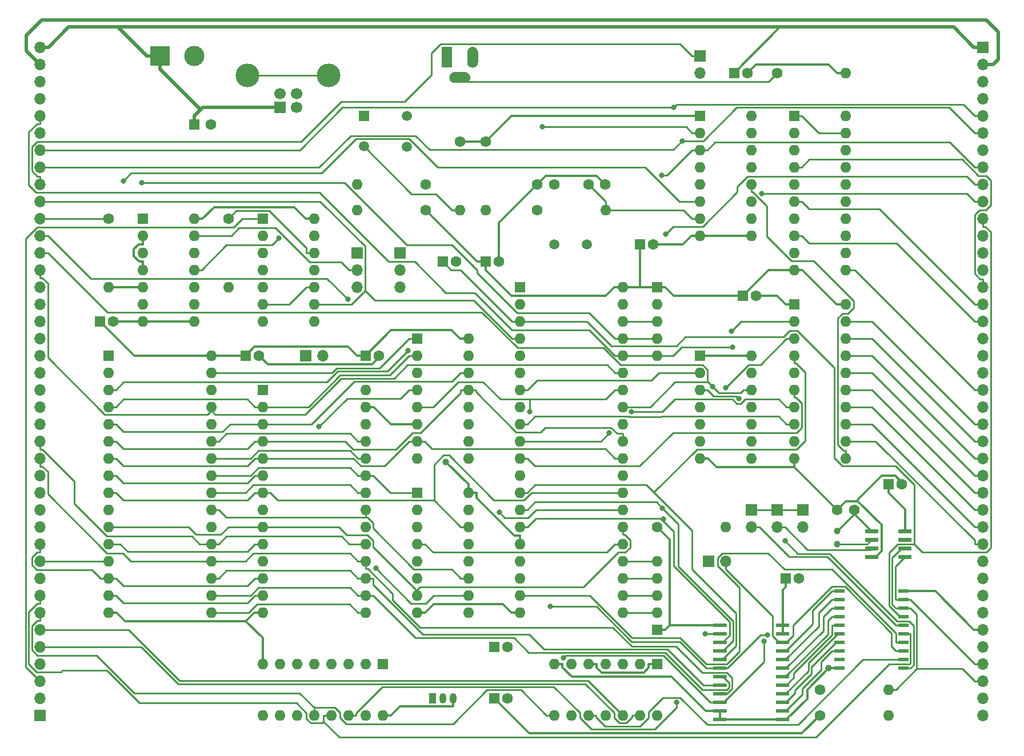
<source format=gbr>
G04 #@! TF.GenerationSoftware,KiCad,Pcbnew,(5.1.5-0-10_14)*
G04 #@! TF.CreationDate,2021-03-05T21:15:02+01:00*
G04 #@! TF.ProjectId,RCA2020-Mk1,52434132-3032-4302-9d4d-6b312e6b6963,4*
G04 #@! TF.SameCoordinates,Original*
G04 #@! TF.FileFunction,Copper,L1,Top*
G04 #@! TF.FilePolarity,Positive*
%FSLAX46Y46*%
G04 Gerber Fmt 4.6, Leading zero omitted, Abs format (unit mm)*
G04 Created by KiCad (PCBNEW (5.1.5-0-10_14)) date 2021-03-05 21:15:02*
%MOMM*%
%LPD*%
G04 APERTURE LIST*
%ADD10O,1.600000X1.600000*%
%ADD11R,1.600000X1.600000*%
%ADD12R,1.498600X1.498600*%
%ADD13C,1.498600*%
%ADD14O,1.050000X1.500000*%
%ADD15R,1.050000X1.500000*%
%ADD16C,0.100000*%
%ADD17R,1.600000X3.100000*%
%ADD18C,1.600000*%
%ADD19C,3.000000*%
%ADD20R,3.000000X3.000000*%
%ADD21C,3.500000*%
%ADD22C,1.700000*%
%ADD23R,1.700000X1.700000*%
%ADD24O,1.700000X1.700000*%
%ADD25R,1.500000X0.600000*%
%ADD26C,1.500000*%
%ADD27C,1.000000*%
%ADD28C,0.800000*%
%ADD29C,0.300000*%
%ADD30C,0.500000*%
%ADD31C,0.250000*%
G04 APERTURE END LIST*
D10*
X171450000Y-45720000D03*
X163830000Y-63500000D03*
X171450000Y-48260000D03*
X163830000Y-60960000D03*
X171450000Y-50800000D03*
X163830000Y-58420000D03*
X171450000Y-53340000D03*
X163830000Y-55880000D03*
X171450000Y-55880000D03*
X163830000Y-53340000D03*
X171450000Y-58420000D03*
X163830000Y-50800000D03*
X171450000Y-60960000D03*
X163830000Y-48260000D03*
X171450000Y-63500000D03*
D11*
X163830000Y-45720000D03*
D12*
X114046000Y-45720000D03*
D13*
X114046000Y-50220001D03*
X120396000Y-50292000D03*
X120396000Y-45720000D03*
D14*
X125730000Y-132080000D03*
X127254000Y-132080000D03*
D15*
X124206000Y-132080000D03*
G04 #@! TA.AperFunction,ViaPad*
D16*
G36*
X129098414Y-39243851D02*
G01*
X129176072Y-39255371D01*
X129252228Y-39274447D01*
X129326147Y-39300895D01*
X129397117Y-39334462D01*
X129464456Y-39374823D01*
X129527515Y-39421591D01*
X129585685Y-39474314D01*
X129638408Y-39532484D01*
X129685176Y-39595543D01*
X129725537Y-39662882D01*
X129759104Y-39733852D01*
X129785552Y-39807771D01*
X129804628Y-39883927D01*
X129816148Y-39961585D01*
X129820000Y-40039999D01*
X129820000Y-40040001D01*
X129816148Y-40118415D01*
X129804628Y-40196073D01*
X129785552Y-40272229D01*
X129759104Y-40346148D01*
X129725537Y-40417118D01*
X129685176Y-40484457D01*
X129638408Y-40547516D01*
X129585685Y-40605686D01*
X129527515Y-40658409D01*
X129464456Y-40705177D01*
X129397117Y-40745538D01*
X129326147Y-40779105D01*
X129252228Y-40805553D01*
X129176072Y-40824629D01*
X129098414Y-40836149D01*
X129020000Y-40840001D01*
X127520000Y-40840001D01*
X127441586Y-40836149D01*
X127363928Y-40824629D01*
X127287772Y-40805553D01*
X127213853Y-40779105D01*
X127142883Y-40745538D01*
X127075544Y-40705177D01*
X127012485Y-40658409D01*
X126954315Y-40605686D01*
X126901592Y-40547516D01*
X126854824Y-40484457D01*
X126814463Y-40417118D01*
X126780896Y-40346148D01*
X126754448Y-40272229D01*
X126735372Y-40196073D01*
X126723852Y-40118415D01*
X126720000Y-40040001D01*
X126720000Y-40039999D01*
X126723852Y-39961585D01*
X126735372Y-39883927D01*
X126754448Y-39807771D01*
X126780896Y-39733852D01*
X126814463Y-39662882D01*
X126854824Y-39595543D01*
X126901592Y-39532484D01*
X126954315Y-39474314D01*
X127012485Y-39421591D01*
X127075544Y-39374823D01*
X127142883Y-39334462D01*
X127213853Y-39300895D01*
X127287772Y-39274447D01*
X127363928Y-39255371D01*
X127441586Y-39243851D01*
X127520000Y-39239999D01*
X129020000Y-39239999D01*
X129098414Y-39243851D01*
G37*
G04 #@! TD.AperFunction*
G04 #@! TA.AperFunction,ViaPad*
G36*
X130248415Y-35493852D02*
G01*
X130326073Y-35505372D01*
X130402229Y-35524448D01*
X130476148Y-35550896D01*
X130547118Y-35584463D01*
X130614457Y-35624824D01*
X130677516Y-35671592D01*
X130735686Y-35724315D01*
X130788409Y-35782485D01*
X130835177Y-35845544D01*
X130875538Y-35912883D01*
X130909105Y-35983853D01*
X130935553Y-36057772D01*
X130954629Y-36133928D01*
X130966149Y-36211586D01*
X130970001Y-36290000D01*
X130970001Y-37790000D01*
X130966149Y-37868414D01*
X130954629Y-37946072D01*
X130935553Y-38022228D01*
X130909105Y-38096147D01*
X130875538Y-38167117D01*
X130835177Y-38234456D01*
X130788409Y-38297515D01*
X130735686Y-38355685D01*
X130677516Y-38408408D01*
X130614457Y-38455176D01*
X130547118Y-38495537D01*
X130476148Y-38529104D01*
X130402229Y-38555552D01*
X130326073Y-38574628D01*
X130248415Y-38586148D01*
X130170001Y-38590000D01*
X130169999Y-38590000D01*
X130091585Y-38586148D01*
X130013927Y-38574628D01*
X129937771Y-38555552D01*
X129863852Y-38529104D01*
X129792882Y-38495537D01*
X129725543Y-38455176D01*
X129662484Y-38408408D01*
X129604314Y-38355685D01*
X129551591Y-38297515D01*
X129504823Y-38234456D01*
X129464462Y-38167117D01*
X129430895Y-38096147D01*
X129404447Y-38022228D01*
X129385371Y-37946072D01*
X129373851Y-37868414D01*
X129369999Y-37790000D01*
X129369999Y-36290000D01*
X129373851Y-36211586D01*
X129385371Y-36133928D01*
X129404447Y-36057772D01*
X129430895Y-35983853D01*
X129464462Y-35912883D01*
X129504823Y-35845544D01*
X129551591Y-35782485D01*
X129604314Y-35724315D01*
X129662484Y-35671592D01*
X129725543Y-35624824D01*
X129792882Y-35584463D01*
X129863852Y-35550896D01*
X129937771Y-35524448D01*
X130013927Y-35505372D01*
X130091585Y-35493852D01*
X130169999Y-35490000D01*
X130170001Y-35490000D01*
X130248415Y-35493852D01*
G37*
G04 #@! TD.AperFunction*
D17*
X126370000Y-37040000D03*
D10*
X88900000Y-60960000D03*
X81280000Y-76200000D03*
X88900000Y-63500000D03*
X81280000Y-73660000D03*
X88900000Y-66040000D03*
X81280000Y-71120000D03*
X88900000Y-68580000D03*
X81280000Y-68580000D03*
X88900000Y-71120000D03*
X81280000Y-66040000D03*
X88900000Y-73660000D03*
X81280000Y-63500000D03*
X88900000Y-76200000D03*
D11*
X81280000Y-60960000D03*
D10*
X93980000Y-71120000D03*
D18*
X93980000Y-60960000D03*
D19*
X88900000Y-36830000D03*
D20*
X83820000Y-36830000D03*
D21*
X108870000Y-39740000D03*
X96830000Y-39740000D03*
D22*
X101600000Y-42450000D03*
X104100000Y-42450000D03*
X104100000Y-44450000D03*
D23*
X101600000Y-44450000D03*
D11*
X88900000Y-46990000D03*
D18*
X91400000Y-46990000D03*
X142240000Y-55880000D03*
X139740000Y-55880000D03*
X149820000Y-55880000D03*
X147320000Y-55880000D03*
D11*
X125730000Y-67310000D03*
D18*
X127730000Y-67310000D03*
X170910000Y-39370000D03*
D11*
X168910000Y-39370000D03*
X114300000Y-81280000D03*
D18*
X116300000Y-81280000D03*
X156940000Y-64770000D03*
D11*
X154940000Y-64770000D03*
D18*
X135350000Y-132080000D03*
D11*
X133350000Y-132080000D03*
D18*
X178530000Y-114300000D03*
D11*
X176530000Y-114300000D03*
D18*
X186690000Y-104140000D03*
X184190000Y-104140000D03*
X135350000Y-124460000D03*
D11*
X133350000Y-124460000D03*
X132080000Y-67310000D03*
D18*
X134080000Y-67310000D03*
X172180000Y-72390000D03*
D11*
X170180000Y-72390000D03*
X96520000Y-81280000D03*
D18*
X98520000Y-81280000D03*
D11*
X74930000Y-76200000D03*
D18*
X76930000Y-76200000D03*
X193770000Y-100330000D03*
D11*
X191770000Y-100330000D03*
D24*
X66040000Y-35560000D03*
X66040000Y-38100000D03*
X66040000Y-40640000D03*
X66040000Y-43180000D03*
X66040000Y-45720000D03*
X66040000Y-48260000D03*
X66040000Y-50800000D03*
X66040000Y-53340000D03*
X66040000Y-55880000D03*
X66040000Y-58420000D03*
X66040000Y-60960000D03*
X66040000Y-63500000D03*
X66040000Y-66040000D03*
X66040000Y-68580000D03*
X66040000Y-71120000D03*
X66040000Y-73660000D03*
X66040000Y-76200000D03*
X66040000Y-78740000D03*
X66040000Y-81280000D03*
X66040000Y-83820000D03*
X66040000Y-86360000D03*
X66040000Y-88900000D03*
X66040000Y-91440000D03*
X66040000Y-93980000D03*
X66040000Y-96520000D03*
X66040000Y-99060000D03*
X66040000Y-101600000D03*
X66040000Y-104140000D03*
X66040000Y-106680000D03*
X66040000Y-109220000D03*
X66040000Y-111760000D03*
X66040000Y-114300000D03*
X66040000Y-116840000D03*
X66040000Y-119380000D03*
X66040000Y-121920000D03*
X66040000Y-124460000D03*
X66040000Y-127000000D03*
X66040000Y-129540000D03*
X66040000Y-132080000D03*
D23*
X66040000Y-134620000D03*
X205740000Y-35560000D03*
D24*
X205740000Y-38100000D03*
X205740000Y-40640000D03*
X205740000Y-43180000D03*
X205740000Y-45720000D03*
X205740000Y-48260000D03*
X205740000Y-50800000D03*
X205740000Y-53340000D03*
X205740000Y-55880000D03*
X205740000Y-58420000D03*
X205740000Y-60960000D03*
X205740000Y-63500000D03*
X205740000Y-66040000D03*
X205740000Y-68580000D03*
X205740000Y-71120000D03*
X205740000Y-73660000D03*
X205740000Y-76200000D03*
X205740000Y-78740000D03*
X205740000Y-81280000D03*
X205740000Y-83820000D03*
X205740000Y-86360000D03*
X205740000Y-88900000D03*
X205740000Y-91440000D03*
X205740000Y-93980000D03*
X205740000Y-96520000D03*
X205740000Y-99060000D03*
X205740000Y-101600000D03*
X205740000Y-104140000D03*
X205740000Y-106680000D03*
X205740000Y-109220000D03*
X205740000Y-111760000D03*
X205740000Y-114300000D03*
X205740000Y-116840000D03*
X205740000Y-119380000D03*
X205740000Y-121920000D03*
X205740000Y-124460000D03*
X205740000Y-127000000D03*
X205740000Y-129540000D03*
X205740000Y-132080000D03*
X205740000Y-134620000D03*
X107950000Y-81280000D03*
D23*
X105410000Y-81280000D03*
X113030000Y-66040000D03*
D24*
X113030000Y-68580000D03*
X113030000Y-71120000D03*
X119380000Y-71120000D03*
X119380000Y-68580000D03*
D23*
X119380000Y-66040000D03*
X163830000Y-36830000D03*
D24*
X163830000Y-39370000D03*
X167640000Y-111760000D03*
D23*
X165100000Y-111760000D03*
D24*
X179070000Y-106680000D03*
D23*
X179070000Y-104140000D03*
D24*
X175260000Y-106680000D03*
D23*
X175260000Y-104140000D03*
X171450000Y-104140000D03*
D24*
X171450000Y-106680000D03*
D18*
X128270000Y-49530000D03*
D10*
X128270000Y-59690000D03*
X149860000Y-59690000D03*
D18*
X139700000Y-59690000D03*
D10*
X132080000Y-59690000D03*
D18*
X132080000Y-49530000D03*
D10*
X76200000Y-71120000D03*
D18*
X76200000Y-60960000D03*
X123190000Y-55880000D03*
D10*
X113030000Y-55880000D03*
X113030000Y-59690000D03*
D18*
X123190000Y-59690000D03*
X175260000Y-39370000D03*
D10*
X185420000Y-39370000D03*
D18*
X157480000Y-106680000D03*
D10*
X167640000Y-106680000D03*
D18*
X181610000Y-134620000D03*
D10*
X191770000Y-134620000D03*
X191770000Y-130810000D03*
D18*
X181610000Y-130810000D03*
D10*
X157480000Y-81280000D03*
X157480000Y-78740000D03*
X157480000Y-76200000D03*
X157480000Y-73660000D03*
D11*
X157480000Y-71120000D03*
X157480000Y-121920000D03*
D10*
X157480000Y-119380000D03*
X157480000Y-116840000D03*
X157480000Y-114300000D03*
X157480000Y-111760000D03*
D11*
X137160000Y-71120000D03*
D10*
X152400000Y-119380000D03*
X137160000Y-73660000D03*
X152400000Y-116840000D03*
X137160000Y-76200000D03*
X152400000Y-114300000D03*
X137160000Y-78740000D03*
X152400000Y-111760000D03*
X137160000Y-81280000D03*
X152400000Y-109220000D03*
X137160000Y-83820000D03*
X152400000Y-106680000D03*
X137160000Y-86360000D03*
X152400000Y-104140000D03*
X137160000Y-88900000D03*
X152400000Y-101600000D03*
X137160000Y-91440000D03*
X152400000Y-99060000D03*
X137160000Y-93980000D03*
X152400000Y-96520000D03*
X137160000Y-96520000D03*
X152400000Y-93980000D03*
X137160000Y-99060000D03*
X152400000Y-91440000D03*
X137160000Y-101600000D03*
X152400000Y-88900000D03*
X137160000Y-104140000D03*
X152400000Y-86360000D03*
X137160000Y-106680000D03*
X152400000Y-83820000D03*
X137160000Y-109220000D03*
X152400000Y-81280000D03*
X137160000Y-111760000D03*
X152400000Y-78740000D03*
X137160000Y-114300000D03*
X152400000Y-76200000D03*
X137160000Y-116840000D03*
X152400000Y-73660000D03*
X137160000Y-119380000D03*
X152400000Y-71120000D03*
X106680000Y-60960000D03*
X99060000Y-76200000D03*
X106680000Y-63500000D03*
X99060000Y-73660000D03*
X106680000Y-66040000D03*
X99060000Y-71120000D03*
X106680000Y-68580000D03*
X99060000Y-68580000D03*
X106680000Y-71120000D03*
X99060000Y-66040000D03*
X106680000Y-73660000D03*
X99060000Y-63500000D03*
X106680000Y-76200000D03*
D11*
X99060000Y-60960000D03*
X76200000Y-81280000D03*
D10*
X91440000Y-119380000D03*
X76200000Y-83820000D03*
X91440000Y-116840000D03*
X76200000Y-86360000D03*
X91440000Y-114300000D03*
X76200000Y-88900000D03*
X91440000Y-111760000D03*
X76200000Y-91440000D03*
X91440000Y-109220000D03*
X76200000Y-93980000D03*
X91440000Y-106680000D03*
X76200000Y-96520000D03*
X91440000Y-104140000D03*
X76200000Y-99060000D03*
X91440000Y-101600000D03*
X76200000Y-101600000D03*
X91440000Y-99060000D03*
X76200000Y-104140000D03*
X91440000Y-96520000D03*
X76200000Y-106680000D03*
X91440000Y-93980000D03*
X76200000Y-109220000D03*
X91440000Y-91440000D03*
X76200000Y-111760000D03*
X91440000Y-88900000D03*
X76200000Y-114300000D03*
X91440000Y-86360000D03*
X76200000Y-116840000D03*
X91440000Y-83820000D03*
X76200000Y-119380000D03*
X91440000Y-81280000D03*
D11*
X99060000Y-86360000D03*
D10*
X114300000Y-119380000D03*
X99060000Y-88900000D03*
X114300000Y-116840000D03*
X99060000Y-91440000D03*
X114300000Y-114300000D03*
X99060000Y-93980000D03*
X114300000Y-111760000D03*
X99060000Y-96520000D03*
X114300000Y-109220000D03*
X99060000Y-99060000D03*
X114300000Y-106680000D03*
X99060000Y-101600000D03*
X114300000Y-104140000D03*
X99060000Y-104140000D03*
X114300000Y-101600000D03*
X99060000Y-106680000D03*
X114300000Y-99060000D03*
X99060000Y-109220000D03*
X114300000Y-96520000D03*
X99060000Y-111760000D03*
X114300000Y-93980000D03*
X99060000Y-114300000D03*
X114300000Y-91440000D03*
X99060000Y-116840000D03*
X114300000Y-88900000D03*
X99060000Y-119380000D03*
X114300000Y-86360000D03*
X129540000Y-78740000D03*
X121920000Y-96520000D03*
X129540000Y-81280000D03*
X121920000Y-93980000D03*
X129540000Y-83820000D03*
X121920000Y-91440000D03*
X129540000Y-86360000D03*
X121920000Y-88900000D03*
X129540000Y-88900000D03*
X121920000Y-86360000D03*
X129540000Y-91440000D03*
X121920000Y-83820000D03*
X129540000Y-93980000D03*
X121920000Y-81280000D03*
X129540000Y-96520000D03*
D11*
X121920000Y-78740000D03*
X121920000Y-101600000D03*
D10*
X129540000Y-119380000D03*
X121920000Y-104140000D03*
X129540000Y-116840000D03*
X121920000Y-106680000D03*
X129540000Y-114300000D03*
X121920000Y-109220000D03*
X129540000Y-111760000D03*
X121920000Y-111760000D03*
X129540000Y-109220000D03*
X121920000Y-114300000D03*
X129540000Y-106680000D03*
X121920000Y-116840000D03*
X129540000Y-104140000D03*
X121920000Y-119380000D03*
X129540000Y-101600000D03*
X116840000Y-134620000D03*
X99060000Y-127000000D03*
X114300000Y-134620000D03*
X101600000Y-127000000D03*
X111760000Y-134620000D03*
X104140000Y-127000000D03*
X109220000Y-134620000D03*
X106680000Y-127000000D03*
X106680000Y-134620000D03*
X109220000Y-127000000D03*
X104140000Y-134620000D03*
X111760000Y-127000000D03*
X101600000Y-134620000D03*
X114300000Y-127000000D03*
X99060000Y-134620000D03*
D11*
X116840000Y-127000000D03*
X163830000Y-81280000D03*
D10*
X171450000Y-96520000D03*
X163830000Y-83820000D03*
X171450000Y-93980000D03*
X163830000Y-86360000D03*
X171450000Y-91440000D03*
X163830000Y-88900000D03*
X171450000Y-88900000D03*
X163830000Y-91440000D03*
X171450000Y-86360000D03*
X163830000Y-93980000D03*
X171450000Y-83820000D03*
X163830000Y-96520000D03*
X171450000Y-81280000D03*
X185420000Y-45720000D03*
X177800000Y-68580000D03*
X185420000Y-48260000D03*
X177800000Y-66040000D03*
X185420000Y-50800000D03*
X177800000Y-63500000D03*
X185420000Y-53340000D03*
X177800000Y-60960000D03*
X185420000Y-55880000D03*
X177800000Y-58420000D03*
X185420000Y-58420000D03*
X177800000Y-55880000D03*
X185420000Y-60960000D03*
X177800000Y-53340000D03*
X185420000Y-63500000D03*
X177800000Y-50800000D03*
X185420000Y-66040000D03*
X177800000Y-48260000D03*
X185420000Y-68580000D03*
D11*
X177800000Y-45720000D03*
X177800000Y-73660000D03*
D10*
X185420000Y-96520000D03*
X177800000Y-76200000D03*
X185420000Y-93980000D03*
X177800000Y-78740000D03*
X185420000Y-91440000D03*
X177800000Y-81280000D03*
X185420000Y-88900000D03*
X177800000Y-83820000D03*
X185420000Y-86360000D03*
X177800000Y-86360000D03*
X185420000Y-83820000D03*
X177800000Y-88900000D03*
X185420000Y-81280000D03*
X177800000Y-91440000D03*
X185420000Y-78740000D03*
X177800000Y-93980000D03*
X185420000Y-76200000D03*
X177800000Y-96520000D03*
X185420000Y-73660000D03*
G04 #@! TA.AperFunction,SMDPad,CuDef*
D16*
G36*
X167675977Y-121010662D02*
G01*
X167689325Y-121012642D01*
X167702414Y-121015921D01*
X167715119Y-121020467D01*
X167727317Y-121026236D01*
X167738891Y-121033173D01*
X167749729Y-121041211D01*
X167759727Y-121050273D01*
X167768789Y-121060271D01*
X167776827Y-121071109D01*
X167783764Y-121082683D01*
X167789533Y-121094881D01*
X167794079Y-121107586D01*
X167797358Y-121120675D01*
X167799338Y-121134023D01*
X167800000Y-121147500D01*
X167800000Y-121422500D01*
X167799338Y-121435977D01*
X167797358Y-121449325D01*
X167794079Y-121462414D01*
X167789533Y-121475119D01*
X167783764Y-121487317D01*
X167776827Y-121498891D01*
X167768789Y-121509729D01*
X167759727Y-121519727D01*
X167749729Y-121528789D01*
X167738891Y-121536827D01*
X167727317Y-121543764D01*
X167715119Y-121549533D01*
X167702414Y-121554079D01*
X167689325Y-121557358D01*
X167675977Y-121559338D01*
X167662500Y-121560000D01*
X165937500Y-121560000D01*
X165924023Y-121559338D01*
X165910675Y-121557358D01*
X165897586Y-121554079D01*
X165884881Y-121549533D01*
X165872683Y-121543764D01*
X165861109Y-121536827D01*
X165850271Y-121528789D01*
X165840273Y-121519727D01*
X165831211Y-121509729D01*
X165823173Y-121498891D01*
X165816236Y-121487317D01*
X165810467Y-121475119D01*
X165805921Y-121462414D01*
X165802642Y-121449325D01*
X165800662Y-121435977D01*
X165800000Y-121422500D01*
X165800000Y-121147500D01*
X165800662Y-121134023D01*
X165802642Y-121120675D01*
X165805921Y-121107586D01*
X165810467Y-121094881D01*
X165816236Y-121082683D01*
X165823173Y-121071109D01*
X165831211Y-121060271D01*
X165840273Y-121050273D01*
X165850271Y-121041211D01*
X165861109Y-121033173D01*
X165872683Y-121026236D01*
X165884881Y-121020467D01*
X165897586Y-121015921D01*
X165910675Y-121012642D01*
X165924023Y-121010662D01*
X165937500Y-121010000D01*
X167662500Y-121010000D01*
X167675977Y-121010662D01*
G37*
G04 #@! TD.AperFunction*
G04 #@! TA.AperFunction,SMDPad,CuDef*
G36*
X167675977Y-122280662D02*
G01*
X167689325Y-122282642D01*
X167702414Y-122285921D01*
X167715119Y-122290467D01*
X167727317Y-122296236D01*
X167738891Y-122303173D01*
X167749729Y-122311211D01*
X167759727Y-122320273D01*
X167768789Y-122330271D01*
X167776827Y-122341109D01*
X167783764Y-122352683D01*
X167789533Y-122364881D01*
X167794079Y-122377586D01*
X167797358Y-122390675D01*
X167799338Y-122404023D01*
X167800000Y-122417500D01*
X167800000Y-122692500D01*
X167799338Y-122705977D01*
X167797358Y-122719325D01*
X167794079Y-122732414D01*
X167789533Y-122745119D01*
X167783764Y-122757317D01*
X167776827Y-122768891D01*
X167768789Y-122779729D01*
X167759727Y-122789727D01*
X167749729Y-122798789D01*
X167738891Y-122806827D01*
X167727317Y-122813764D01*
X167715119Y-122819533D01*
X167702414Y-122824079D01*
X167689325Y-122827358D01*
X167675977Y-122829338D01*
X167662500Y-122830000D01*
X165937500Y-122830000D01*
X165924023Y-122829338D01*
X165910675Y-122827358D01*
X165897586Y-122824079D01*
X165884881Y-122819533D01*
X165872683Y-122813764D01*
X165861109Y-122806827D01*
X165850271Y-122798789D01*
X165840273Y-122789727D01*
X165831211Y-122779729D01*
X165823173Y-122768891D01*
X165816236Y-122757317D01*
X165810467Y-122745119D01*
X165805921Y-122732414D01*
X165802642Y-122719325D01*
X165800662Y-122705977D01*
X165800000Y-122692500D01*
X165800000Y-122417500D01*
X165800662Y-122404023D01*
X165802642Y-122390675D01*
X165805921Y-122377586D01*
X165810467Y-122364881D01*
X165816236Y-122352683D01*
X165823173Y-122341109D01*
X165831211Y-122330271D01*
X165840273Y-122320273D01*
X165850271Y-122311211D01*
X165861109Y-122303173D01*
X165872683Y-122296236D01*
X165884881Y-122290467D01*
X165897586Y-122285921D01*
X165910675Y-122282642D01*
X165924023Y-122280662D01*
X165937500Y-122280000D01*
X167662500Y-122280000D01*
X167675977Y-122280662D01*
G37*
G04 #@! TD.AperFunction*
G04 #@! TA.AperFunction,SMDPad,CuDef*
G36*
X167675977Y-123550662D02*
G01*
X167689325Y-123552642D01*
X167702414Y-123555921D01*
X167715119Y-123560467D01*
X167727317Y-123566236D01*
X167738891Y-123573173D01*
X167749729Y-123581211D01*
X167759727Y-123590273D01*
X167768789Y-123600271D01*
X167776827Y-123611109D01*
X167783764Y-123622683D01*
X167789533Y-123634881D01*
X167794079Y-123647586D01*
X167797358Y-123660675D01*
X167799338Y-123674023D01*
X167800000Y-123687500D01*
X167800000Y-123962500D01*
X167799338Y-123975977D01*
X167797358Y-123989325D01*
X167794079Y-124002414D01*
X167789533Y-124015119D01*
X167783764Y-124027317D01*
X167776827Y-124038891D01*
X167768789Y-124049729D01*
X167759727Y-124059727D01*
X167749729Y-124068789D01*
X167738891Y-124076827D01*
X167727317Y-124083764D01*
X167715119Y-124089533D01*
X167702414Y-124094079D01*
X167689325Y-124097358D01*
X167675977Y-124099338D01*
X167662500Y-124100000D01*
X165937500Y-124100000D01*
X165924023Y-124099338D01*
X165910675Y-124097358D01*
X165897586Y-124094079D01*
X165884881Y-124089533D01*
X165872683Y-124083764D01*
X165861109Y-124076827D01*
X165850271Y-124068789D01*
X165840273Y-124059727D01*
X165831211Y-124049729D01*
X165823173Y-124038891D01*
X165816236Y-124027317D01*
X165810467Y-124015119D01*
X165805921Y-124002414D01*
X165802642Y-123989325D01*
X165800662Y-123975977D01*
X165800000Y-123962500D01*
X165800000Y-123687500D01*
X165800662Y-123674023D01*
X165802642Y-123660675D01*
X165805921Y-123647586D01*
X165810467Y-123634881D01*
X165816236Y-123622683D01*
X165823173Y-123611109D01*
X165831211Y-123600271D01*
X165840273Y-123590273D01*
X165850271Y-123581211D01*
X165861109Y-123573173D01*
X165872683Y-123566236D01*
X165884881Y-123560467D01*
X165897586Y-123555921D01*
X165910675Y-123552642D01*
X165924023Y-123550662D01*
X165937500Y-123550000D01*
X167662500Y-123550000D01*
X167675977Y-123550662D01*
G37*
G04 #@! TD.AperFunction*
G04 #@! TA.AperFunction,SMDPad,CuDef*
G36*
X167675977Y-124820662D02*
G01*
X167689325Y-124822642D01*
X167702414Y-124825921D01*
X167715119Y-124830467D01*
X167727317Y-124836236D01*
X167738891Y-124843173D01*
X167749729Y-124851211D01*
X167759727Y-124860273D01*
X167768789Y-124870271D01*
X167776827Y-124881109D01*
X167783764Y-124892683D01*
X167789533Y-124904881D01*
X167794079Y-124917586D01*
X167797358Y-124930675D01*
X167799338Y-124944023D01*
X167800000Y-124957500D01*
X167800000Y-125232500D01*
X167799338Y-125245977D01*
X167797358Y-125259325D01*
X167794079Y-125272414D01*
X167789533Y-125285119D01*
X167783764Y-125297317D01*
X167776827Y-125308891D01*
X167768789Y-125319729D01*
X167759727Y-125329727D01*
X167749729Y-125338789D01*
X167738891Y-125346827D01*
X167727317Y-125353764D01*
X167715119Y-125359533D01*
X167702414Y-125364079D01*
X167689325Y-125367358D01*
X167675977Y-125369338D01*
X167662500Y-125370000D01*
X165937500Y-125370000D01*
X165924023Y-125369338D01*
X165910675Y-125367358D01*
X165897586Y-125364079D01*
X165884881Y-125359533D01*
X165872683Y-125353764D01*
X165861109Y-125346827D01*
X165850271Y-125338789D01*
X165840273Y-125329727D01*
X165831211Y-125319729D01*
X165823173Y-125308891D01*
X165816236Y-125297317D01*
X165810467Y-125285119D01*
X165805921Y-125272414D01*
X165802642Y-125259325D01*
X165800662Y-125245977D01*
X165800000Y-125232500D01*
X165800000Y-124957500D01*
X165800662Y-124944023D01*
X165802642Y-124930675D01*
X165805921Y-124917586D01*
X165810467Y-124904881D01*
X165816236Y-124892683D01*
X165823173Y-124881109D01*
X165831211Y-124870271D01*
X165840273Y-124860273D01*
X165850271Y-124851211D01*
X165861109Y-124843173D01*
X165872683Y-124836236D01*
X165884881Y-124830467D01*
X165897586Y-124825921D01*
X165910675Y-124822642D01*
X165924023Y-124820662D01*
X165937500Y-124820000D01*
X167662500Y-124820000D01*
X167675977Y-124820662D01*
G37*
G04 #@! TD.AperFunction*
G04 #@! TA.AperFunction,SMDPad,CuDef*
G36*
X167675977Y-126090662D02*
G01*
X167689325Y-126092642D01*
X167702414Y-126095921D01*
X167715119Y-126100467D01*
X167727317Y-126106236D01*
X167738891Y-126113173D01*
X167749729Y-126121211D01*
X167759727Y-126130273D01*
X167768789Y-126140271D01*
X167776827Y-126151109D01*
X167783764Y-126162683D01*
X167789533Y-126174881D01*
X167794079Y-126187586D01*
X167797358Y-126200675D01*
X167799338Y-126214023D01*
X167800000Y-126227500D01*
X167800000Y-126502500D01*
X167799338Y-126515977D01*
X167797358Y-126529325D01*
X167794079Y-126542414D01*
X167789533Y-126555119D01*
X167783764Y-126567317D01*
X167776827Y-126578891D01*
X167768789Y-126589729D01*
X167759727Y-126599727D01*
X167749729Y-126608789D01*
X167738891Y-126616827D01*
X167727317Y-126623764D01*
X167715119Y-126629533D01*
X167702414Y-126634079D01*
X167689325Y-126637358D01*
X167675977Y-126639338D01*
X167662500Y-126640000D01*
X165937500Y-126640000D01*
X165924023Y-126639338D01*
X165910675Y-126637358D01*
X165897586Y-126634079D01*
X165884881Y-126629533D01*
X165872683Y-126623764D01*
X165861109Y-126616827D01*
X165850271Y-126608789D01*
X165840273Y-126599727D01*
X165831211Y-126589729D01*
X165823173Y-126578891D01*
X165816236Y-126567317D01*
X165810467Y-126555119D01*
X165805921Y-126542414D01*
X165802642Y-126529325D01*
X165800662Y-126515977D01*
X165800000Y-126502500D01*
X165800000Y-126227500D01*
X165800662Y-126214023D01*
X165802642Y-126200675D01*
X165805921Y-126187586D01*
X165810467Y-126174881D01*
X165816236Y-126162683D01*
X165823173Y-126151109D01*
X165831211Y-126140271D01*
X165840273Y-126130273D01*
X165850271Y-126121211D01*
X165861109Y-126113173D01*
X165872683Y-126106236D01*
X165884881Y-126100467D01*
X165897586Y-126095921D01*
X165910675Y-126092642D01*
X165924023Y-126090662D01*
X165937500Y-126090000D01*
X167662500Y-126090000D01*
X167675977Y-126090662D01*
G37*
G04 #@! TD.AperFunction*
G04 #@! TA.AperFunction,SMDPad,CuDef*
G36*
X167675977Y-127360662D02*
G01*
X167689325Y-127362642D01*
X167702414Y-127365921D01*
X167715119Y-127370467D01*
X167727317Y-127376236D01*
X167738891Y-127383173D01*
X167749729Y-127391211D01*
X167759727Y-127400273D01*
X167768789Y-127410271D01*
X167776827Y-127421109D01*
X167783764Y-127432683D01*
X167789533Y-127444881D01*
X167794079Y-127457586D01*
X167797358Y-127470675D01*
X167799338Y-127484023D01*
X167800000Y-127497500D01*
X167800000Y-127772500D01*
X167799338Y-127785977D01*
X167797358Y-127799325D01*
X167794079Y-127812414D01*
X167789533Y-127825119D01*
X167783764Y-127837317D01*
X167776827Y-127848891D01*
X167768789Y-127859729D01*
X167759727Y-127869727D01*
X167749729Y-127878789D01*
X167738891Y-127886827D01*
X167727317Y-127893764D01*
X167715119Y-127899533D01*
X167702414Y-127904079D01*
X167689325Y-127907358D01*
X167675977Y-127909338D01*
X167662500Y-127910000D01*
X165937500Y-127910000D01*
X165924023Y-127909338D01*
X165910675Y-127907358D01*
X165897586Y-127904079D01*
X165884881Y-127899533D01*
X165872683Y-127893764D01*
X165861109Y-127886827D01*
X165850271Y-127878789D01*
X165840273Y-127869727D01*
X165831211Y-127859729D01*
X165823173Y-127848891D01*
X165816236Y-127837317D01*
X165810467Y-127825119D01*
X165805921Y-127812414D01*
X165802642Y-127799325D01*
X165800662Y-127785977D01*
X165800000Y-127772500D01*
X165800000Y-127497500D01*
X165800662Y-127484023D01*
X165802642Y-127470675D01*
X165805921Y-127457586D01*
X165810467Y-127444881D01*
X165816236Y-127432683D01*
X165823173Y-127421109D01*
X165831211Y-127410271D01*
X165840273Y-127400273D01*
X165850271Y-127391211D01*
X165861109Y-127383173D01*
X165872683Y-127376236D01*
X165884881Y-127370467D01*
X165897586Y-127365921D01*
X165910675Y-127362642D01*
X165924023Y-127360662D01*
X165937500Y-127360000D01*
X167662500Y-127360000D01*
X167675977Y-127360662D01*
G37*
G04 #@! TD.AperFunction*
G04 #@! TA.AperFunction,SMDPad,CuDef*
G36*
X167675977Y-128630662D02*
G01*
X167689325Y-128632642D01*
X167702414Y-128635921D01*
X167715119Y-128640467D01*
X167727317Y-128646236D01*
X167738891Y-128653173D01*
X167749729Y-128661211D01*
X167759727Y-128670273D01*
X167768789Y-128680271D01*
X167776827Y-128691109D01*
X167783764Y-128702683D01*
X167789533Y-128714881D01*
X167794079Y-128727586D01*
X167797358Y-128740675D01*
X167799338Y-128754023D01*
X167800000Y-128767500D01*
X167800000Y-129042500D01*
X167799338Y-129055977D01*
X167797358Y-129069325D01*
X167794079Y-129082414D01*
X167789533Y-129095119D01*
X167783764Y-129107317D01*
X167776827Y-129118891D01*
X167768789Y-129129729D01*
X167759727Y-129139727D01*
X167749729Y-129148789D01*
X167738891Y-129156827D01*
X167727317Y-129163764D01*
X167715119Y-129169533D01*
X167702414Y-129174079D01*
X167689325Y-129177358D01*
X167675977Y-129179338D01*
X167662500Y-129180000D01*
X165937500Y-129180000D01*
X165924023Y-129179338D01*
X165910675Y-129177358D01*
X165897586Y-129174079D01*
X165884881Y-129169533D01*
X165872683Y-129163764D01*
X165861109Y-129156827D01*
X165850271Y-129148789D01*
X165840273Y-129139727D01*
X165831211Y-129129729D01*
X165823173Y-129118891D01*
X165816236Y-129107317D01*
X165810467Y-129095119D01*
X165805921Y-129082414D01*
X165802642Y-129069325D01*
X165800662Y-129055977D01*
X165800000Y-129042500D01*
X165800000Y-128767500D01*
X165800662Y-128754023D01*
X165802642Y-128740675D01*
X165805921Y-128727586D01*
X165810467Y-128714881D01*
X165816236Y-128702683D01*
X165823173Y-128691109D01*
X165831211Y-128680271D01*
X165840273Y-128670273D01*
X165850271Y-128661211D01*
X165861109Y-128653173D01*
X165872683Y-128646236D01*
X165884881Y-128640467D01*
X165897586Y-128635921D01*
X165910675Y-128632642D01*
X165924023Y-128630662D01*
X165937500Y-128630000D01*
X167662500Y-128630000D01*
X167675977Y-128630662D01*
G37*
G04 #@! TD.AperFunction*
G04 #@! TA.AperFunction,SMDPad,CuDef*
G36*
X167675977Y-129900662D02*
G01*
X167689325Y-129902642D01*
X167702414Y-129905921D01*
X167715119Y-129910467D01*
X167727317Y-129916236D01*
X167738891Y-129923173D01*
X167749729Y-129931211D01*
X167759727Y-129940273D01*
X167768789Y-129950271D01*
X167776827Y-129961109D01*
X167783764Y-129972683D01*
X167789533Y-129984881D01*
X167794079Y-129997586D01*
X167797358Y-130010675D01*
X167799338Y-130024023D01*
X167800000Y-130037500D01*
X167800000Y-130312500D01*
X167799338Y-130325977D01*
X167797358Y-130339325D01*
X167794079Y-130352414D01*
X167789533Y-130365119D01*
X167783764Y-130377317D01*
X167776827Y-130388891D01*
X167768789Y-130399729D01*
X167759727Y-130409727D01*
X167749729Y-130418789D01*
X167738891Y-130426827D01*
X167727317Y-130433764D01*
X167715119Y-130439533D01*
X167702414Y-130444079D01*
X167689325Y-130447358D01*
X167675977Y-130449338D01*
X167662500Y-130450000D01*
X165937500Y-130450000D01*
X165924023Y-130449338D01*
X165910675Y-130447358D01*
X165897586Y-130444079D01*
X165884881Y-130439533D01*
X165872683Y-130433764D01*
X165861109Y-130426827D01*
X165850271Y-130418789D01*
X165840273Y-130409727D01*
X165831211Y-130399729D01*
X165823173Y-130388891D01*
X165816236Y-130377317D01*
X165810467Y-130365119D01*
X165805921Y-130352414D01*
X165802642Y-130339325D01*
X165800662Y-130325977D01*
X165800000Y-130312500D01*
X165800000Y-130037500D01*
X165800662Y-130024023D01*
X165802642Y-130010675D01*
X165805921Y-129997586D01*
X165810467Y-129984881D01*
X165816236Y-129972683D01*
X165823173Y-129961109D01*
X165831211Y-129950271D01*
X165840273Y-129940273D01*
X165850271Y-129931211D01*
X165861109Y-129923173D01*
X165872683Y-129916236D01*
X165884881Y-129910467D01*
X165897586Y-129905921D01*
X165910675Y-129902642D01*
X165924023Y-129900662D01*
X165937500Y-129900000D01*
X167662500Y-129900000D01*
X167675977Y-129900662D01*
G37*
G04 #@! TD.AperFunction*
G04 #@! TA.AperFunction,SMDPad,CuDef*
G36*
X167675977Y-131170662D02*
G01*
X167689325Y-131172642D01*
X167702414Y-131175921D01*
X167715119Y-131180467D01*
X167727317Y-131186236D01*
X167738891Y-131193173D01*
X167749729Y-131201211D01*
X167759727Y-131210273D01*
X167768789Y-131220271D01*
X167776827Y-131231109D01*
X167783764Y-131242683D01*
X167789533Y-131254881D01*
X167794079Y-131267586D01*
X167797358Y-131280675D01*
X167799338Y-131294023D01*
X167800000Y-131307500D01*
X167800000Y-131582500D01*
X167799338Y-131595977D01*
X167797358Y-131609325D01*
X167794079Y-131622414D01*
X167789533Y-131635119D01*
X167783764Y-131647317D01*
X167776827Y-131658891D01*
X167768789Y-131669729D01*
X167759727Y-131679727D01*
X167749729Y-131688789D01*
X167738891Y-131696827D01*
X167727317Y-131703764D01*
X167715119Y-131709533D01*
X167702414Y-131714079D01*
X167689325Y-131717358D01*
X167675977Y-131719338D01*
X167662500Y-131720000D01*
X165937500Y-131720000D01*
X165924023Y-131719338D01*
X165910675Y-131717358D01*
X165897586Y-131714079D01*
X165884881Y-131709533D01*
X165872683Y-131703764D01*
X165861109Y-131696827D01*
X165850271Y-131688789D01*
X165840273Y-131679727D01*
X165831211Y-131669729D01*
X165823173Y-131658891D01*
X165816236Y-131647317D01*
X165810467Y-131635119D01*
X165805921Y-131622414D01*
X165802642Y-131609325D01*
X165800662Y-131595977D01*
X165800000Y-131582500D01*
X165800000Y-131307500D01*
X165800662Y-131294023D01*
X165802642Y-131280675D01*
X165805921Y-131267586D01*
X165810467Y-131254881D01*
X165816236Y-131242683D01*
X165823173Y-131231109D01*
X165831211Y-131220271D01*
X165840273Y-131210273D01*
X165850271Y-131201211D01*
X165861109Y-131193173D01*
X165872683Y-131186236D01*
X165884881Y-131180467D01*
X165897586Y-131175921D01*
X165910675Y-131172642D01*
X165924023Y-131170662D01*
X165937500Y-131170000D01*
X167662500Y-131170000D01*
X167675977Y-131170662D01*
G37*
G04 #@! TD.AperFunction*
G04 #@! TA.AperFunction,SMDPad,CuDef*
G36*
X167675977Y-132440662D02*
G01*
X167689325Y-132442642D01*
X167702414Y-132445921D01*
X167715119Y-132450467D01*
X167727317Y-132456236D01*
X167738891Y-132463173D01*
X167749729Y-132471211D01*
X167759727Y-132480273D01*
X167768789Y-132490271D01*
X167776827Y-132501109D01*
X167783764Y-132512683D01*
X167789533Y-132524881D01*
X167794079Y-132537586D01*
X167797358Y-132550675D01*
X167799338Y-132564023D01*
X167800000Y-132577500D01*
X167800000Y-132852500D01*
X167799338Y-132865977D01*
X167797358Y-132879325D01*
X167794079Y-132892414D01*
X167789533Y-132905119D01*
X167783764Y-132917317D01*
X167776827Y-132928891D01*
X167768789Y-132939729D01*
X167759727Y-132949727D01*
X167749729Y-132958789D01*
X167738891Y-132966827D01*
X167727317Y-132973764D01*
X167715119Y-132979533D01*
X167702414Y-132984079D01*
X167689325Y-132987358D01*
X167675977Y-132989338D01*
X167662500Y-132990000D01*
X165937500Y-132990000D01*
X165924023Y-132989338D01*
X165910675Y-132987358D01*
X165897586Y-132984079D01*
X165884881Y-132979533D01*
X165872683Y-132973764D01*
X165861109Y-132966827D01*
X165850271Y-132958789D01*
X165840273Y-132949727D01*
X165831211Y-132939729D01*
X165823173Y-132928891D01*
X165816236Y-132917317D01*
X165810467Y-132905119D01*
X165805921Y-132892414D01*
X165802642Y-132879325D01*
X165800662Y-132865977D01*
X165800000Y-132852500D01*
X165800000Y-132577500D01*
X165800662Y-132564023D01*
X165802642Y-132550675D01*
X165805921Y-132537586D01*
X165810467Y-132524881D01*
X165816236Y-132512683D01*
X165823173Y-132501109D01*
X165831211Y-132490271D01*
X165840273Y-132480273D01*
X165850271Y-132471211D01*
X165861109Y-132463173D01*
X165872683Y-132456236D01*
X165884881Y-132450467D01*
X165897586Y-132445921D01*
X165910675Y-132442642D01*
X165924023Y-132440662D01*
X165937500Y-132440000D01*
X167662500Y-132440000D01*
X167675977Y-132440662D01*
G37*
G04 #@! TD.AperFunction*
G04 #@! TA.AperFunction,SMDPad,CuDef*
G36*
X167675977Y-133710662D02*
G01*
X167689325Y-133712642D01*
X167702414Y-133715921D01*
X167715119Y-133720467D01*
X167727317Y-133726236D01*
X167738891Y-133733173D01*
X167749729Y-133741211D01*
X167759727Y-133750273D01*
X167768789Y-133760271D01*
X167776827Y-133771109D01*
X167783764Y-133782683D01*
X167789533Y-133794881D01*
X167794079Y-133807586D01*
X167797358Y-133820675D01*
X167799338Y-133834023D01*
X167800000Y-133847500D01*
X167800000Y-134122500D01*
X167799338Y-134135977D01*
X167797358Y-134149325D01*
X167794079Y-134162414D01*
X167789533Y-134175119D01*
X167783764Y-134187317D01*
X167776827Y-134198891D01*
X167768789Y-134209729D01*
X167759727Y-134219727D01*
X167749729Y-134228789D01*
X167738891Y-134236827D01*
X167727317Y-134243764D01*
X167715119Y-134249533D01*
X167702414Y-134254079D01*
X167689325Y-134257358D01*
X167675977Y-134259338D01*
X167662500Y-134260000D01*
X165937500Y-134260000D01*
X165924023Y-134259338D01*
X165910675Y-134257358D01*
X165897586Y-134254079D01*
X165884881Y-134249533D01*
X165872683Y-134243764D01*
X165861109Y-134236827D01*
X165850271Y-134228789D01*
X165840273Y-134219727D01*
X165831211Y-134209729D01*
X165823173Y-134198891D01*
X165816236Y-134187317D01*
X165810467Y-134175119D01*
X165805921Y-134162414D01*
X165802642Y-134149325D01*
X165800662Y-134135977D01*
X165800000Y-134122500D01*
X165800000Y-133847500D01*
X165800662Y-133834023D01*
X165802642Y-133820675D01*
X165805921Y-133807586D01*
X165810467Y-133794881D01*
X165816236Y-133782683D01*
X165823173Y-133771109D01*
X165831211Y-133760271D01*
X165840273Y-133750273D01*
X165850271Y-133741211D01*
X165861109Y-133733173D01*
X165872683Y-133726236D01*
X165884881Y-133720467D01*
X165897586Y-133715921D01*
X165910675Y-133712642D01*
X165924023Y-133710662D01*
X165937500Y-133710000D01*
X167662500Y-133710000D01*
X167675977Y-133710662D01*
G37*
G04 #@! TD.AperFunction*
G04 #@! TA.AperFunction,SMDPad,CuDef*
G36*
X167675977Y-134980662D02*
G01*
X167689325Y-134982642D01*
X167702414Y-134985921D01*
X167715119Y-134990467D01*
X167727317Y-134996236D01*
X167738891Y-135003173D01*
X167749729Y-135011211D01*
X167759727Y-135020273D01*
X167768789Y-135030271D01*
X167776827Y-135041109D01*
X167783764Y-135052683D01*
X167789533Y-135064881D01*
X167794079Y-135077586D01*
X167797358Y-135090675D01*
X167799338Y-135104023D01*
X167800000Y-135117500D01*
X167800000Y-135392500D01*
X167799338Y-135405977D01*
X167797358Y-135419325D01*
X167794079Y-135432414D01*
X167789533Y-135445119D01*
X167783764Y-135457317D01*
X167776827Y-135468891D01*
X167768789Y-135479729D01*
X167759727Y-135489727D01*
X167749729Y-135498789D01*
X167738891Y-135506827D01*
X167727317Y-135513764D01*
X167715119Y-135519533D01*
X167702414Y-135524079D01*
X167689325Y-135527358D01*
X167675977Y-135529338D01*
X167662500Y-135530000D01*
X165937500Y-135530000D01*
X165924023Y-135529338D01*
X165910675Y-135527358D01*
X165897586Y-135524079D01*
X165884881Y-135519533D01*
X165872683Y-135513764D01*
X165861109Y-135506827D01*
X165850271Y-135498789D01*
X165840273Y-135489727D01*
X165831211Y-135479729D01*
X165823173Y-135468891D01*
X165816236Y-135457317D01*
X165810467Y-135445119D01*
X165805921Y-135432414D01*
X165802642Y-135419325D01*
X165800662Y-135405977D01*
X165800000Y-135392500D01*
X165800000Y-135117500D01*
X165800662Y-135104023D01*
X165802642Y-135090675D01*
X165805921Y-135077586D01*
X165810467Y-135064881D01*
X165816236Y-135052683D01*
X165823173Y-135041109D01*
X165831211Y-135030271D01*
X165840273Y-135020273D01*
X165850271Y-135011211D01*
X165861109Y-135003173D01*
X165872683Y-134996236D01*
X165884881Y-134990467D01*
X165897586Y-134985921D01*
X165910675Y-134982642D01*
X165924023Y-134980662D01*
X165937500Y-134980000D01*
X167662500Y-134980000D01*
X167675977Y-134980662D01*
G37*
G04 #@! TD.AperFunction*
G04 #@! TA.AperFunction,SMDPad,CuDef*
G36*
X176975977Y-134980662D02*
G01*
X176989325Y-134982642D01*
X177002414Y-134985921D01*
X177015119Y-134990467D01*
X177027317Y-134996236D01*
X177038891Y-135003173D01*
X177049729Y-135011211D01*
X177059727Y-135020273D01*
X177068789Y-135030271D01*
X177076827Y-135041109D01*
X177083764Y-135052683D01*
X177089533Y-135064881D01*
X177094079Y-135077586D01*
X177097358Y-135090675D01*
X177099338Y-135104023D01*
X177100000Y-135117500D01*
X177100000Y-135392500D01*
X177099338Y-135405977D01*
X177097358Y-135419325D01*
X177094079Y-135432414D01*
X177089533Y-135445119D01*
X177083764Y-135457317D01*
X177076827Y-135468891D01*
X177068789Y-135479729D01*
X177059727Y-135489727D01*
X177049729Y-135498789D01*
X177038891Y-135506827D01*
X177027317Y-135513764D01*
X177015119Y-135519533D01*
X177002414Y-135524079D01*
X176989325Y-135527358D01*
X176975977Y-135529338D01*
X176962500Y-135530000D01*
X175237500Y-135530000D01*
X175224023Y-135529338D01*
X175210675Y-135527358D01*
X175197586Y-135524079D01*
X175184881Y-135519533D01*
X175172683Y-135513764D01*
X175161109Y-135506827D01*
X175150271Y-135498789D01*
X175140273Y-135489727D01*
X175131211Y-135479729D01*
X175123173Y-135468891D01*
X175116236Y-135457317D01*
X175110467Y-135445119D01*
X175105921Y-135432414D01*
X175102642Y-135419325D01*
X175100662Y-135405977D01*
X175100000Y-135392500D01*
X175100000Y-135117500D01*
X175100662Y-135104023D01*
X175102642Y-135090675D01*
X175105921Y-135077586D01*
X175110467Y-135064881D01*
X175116236Y-135052683D01*
X175123173Y-135041109D01*
X175131211Y-135030271D01*
X175140273Y-135020273D01*
X175150271Y-135011211D01*
X175161109Y-135003173D01*
X175172683Y-134996236D01*
X175184881Y-134990467D01*
X175197586Y-134985921D01*
X175210675Y-134982642D01*
X175224023Y-134980662D01*
X175237500Y-134980000D01*
X176962500Y-134980000D01*
X176975977Y-134980662D01*
G37*
G04 #@! TD.AperFunction*
G04 #@! TA.AperFunction,SMDPad,CuDef*
G36*
X176975977Y-133710662D02*
G01*
X176989325Y-133712642D01*
X177002414Y-133715921D01*
X177015119Y-133720467D01*
X177027317Y-133726236D01*
X177038891Y-133733173D01*
X177049729Y-133741211D01*
X177059727Y-133750273D01*
X177068789Y-133760271D01*
X177076827Y-133771109D01*
X177083764Y-133782683D01*
X177089533Y-133794881D01*
X177094079Y-133807586D01*
X177097358Y-133820675D01*
X177099338Y-133834023D01*
X177100000Y-133847500D01*
X177100000Y-134122500D01*
X177099338Y-134135977D01*
X177097358Y-134149325D01*
X177094079Y-134162414D01*
X177089533Y-134175119D01*
X177083764Y-134187317D01*
X177076827Y-134198891D01*
X177068789Y-134209729D01*
X177059727Y-134219727D01*
X177049729Y-134228789D01*
X177038891Y-134236827D01*
X177027317Y-134243764D01*
X177015119Y-134249533D01*
X177002414Y-134254079D01*
X176989325Y-134257358D01*
X176975977Y-134259338D01*
X176962500Y-134260000D01*
X175237500Y-134260000D01*
X175224023Y-134259338D01*
X175210675Y-134257358D01*
X175197586Y-134254079D01*
X175184881Y-134249533D01*
X175172683Y-134243764D01*
X175161109Y-134236827D01*
X175150271Y-134228789D01*
X175140273Y-134219727D01*
X175131211Y-134209729D01*
X175123173Y-134198891D01*
X175116236Y-134187317D01*
X175110467Y-134175119D01*
X175105921Y-134162414D01*
X175102642Y-134149325D01*
X175100662Y-134135977D01*
X175100000Y-134122500D01*
X175100000Y-133847500D01*
X175100662Y-133834023D01*
X175102642Y-133820675D01*
X175105921Y-133807586D01*
X175110467Y-133794881D01*
X175116236Y-133782683D01*
X175123173Y-133771109D01*
X175131211Y-133760271D01*
X175140273Y-133750273D01*
X175150271Y-133741211D01*
X175161109Y-133733173D01*
X175172683Y-133726236D01*
X175184881Y-133720467D01*
X175197586Y-133715921D01*
X175210675Y-133712642D01*
X175224023Y-133710662D01*
X175237500Y-133710000D01*
X176962500Y-133710000D01*
X176975977Y-133710662D01*
G37*
G04 #@! TD.AperFunction*
G04 #@! TA.AperFunction,SMDPad,CuDef*
G36*
X176975977Y-132440662D02*
G01*
X176989325Y-132442642D01*
X177002414Y-132445921D01*
X177015119Y-132450467D01*
X177027317Y-132456236D01*
X177038891Y-132463173D01*
X177049729Y-132471211D01*
X177059727Y-132480273D01*
X177068789Y-132490271D01*
X177076827Y-132501109D01*
X177083764Y-132512683D01*
X177089533Y-132524881D01*
X177094079Y-132537586D01*
X177097358Y-132550675D01*
X177099338Y-132564023D01*
X177100000Y-132577500D01*
X177100000Y-132852500D01*
X177099338Y-132865977D01*
X177097358Y-132879325D01*
X177094079Y-132892414D01*
X177089533Y-132905119D01*
X177083764Y-132917317D01*
X177076827Y-132928891D01*
X177068789Y-132939729D01*
X177059727Y-132949727D01*
X177049729Y-132958789D01*
X177038891Y-132966827D01*
X177027317Y-132973764D01*
X177015119Y-132979533D01*
X177002414Y-132984079D01*
X176989325Y-132987358D01*
X176975977Y-132989338D01*
X176962500Y-132990000D01*
X175237500Y-132990000D01*
X175224023Y-132989338D01*
X175210675Y-132987358D01*
X175197586Y-132984079D01*
X175184881Y-132979533D01*
X175172683Y-132973764D01*
X175161109Y-132966827D01*
X175150271Y-132958789D01*
X175140273Y-132949727D01*
X175131211Y-132939729D01*
X175123173Y-132928891D01*
X175116236Y-132917317D01*
X175110467Y-132905119D01*
X175105921Y-132892414D01*
X175102642Y-132879325D01*
X175100662Y-132865977D01*
X175100000Y-132852500D01*
X175100000Y-132577500D01*
X175100662Y-132564023D01*
X175102642Y-132550675D01*
X175105921Y-132537586D01*
X175110467Y-132524881D01*
X175116236Y-132512683D01*
X175123173Y-132501109D01*
X175131211Y-132490271D01*
X175140273Y-132480273D01*
X175150271Y-132471211D01*
X175161109Y-132463173D01*
X175172683Y-132456236D01*
X175184881Y-132450467D01*
X175197586Y-132445921D01*
X175210675Y-132442642D01*
X175224023Y-132440662D01*
X175237500Y-132440000D01*
X176962500Y-132440000D01*
X176975977Y-132440662D01*
G37*
G04 #@! TD.AperFunction*
G04 #@! TA.AperFunction,SMDPad,CuDef*
G36*
X176975977Y-131170662D02*
G01*
X176989325Y-131172642D01*
X177002414Y-131175921D01*
X177015119Y-131180467D01*
X177027317Y-131186236D01*
X177038891Y-131193173D01*
X177049729Y-131201211D01*
X177059727Y-131210273D01*
X177068789Y-131220271D01*
X177076827Y-131231109D01*
X177083764Y-131242683D01*
X177089533Y-131254881D01*
X177094079Y-131267586D01*
X177097358Y-131280675D01*
X177099338Y-131294023D01*
X177100000Y-131307500D01*
X177100000Y-131582500D01*
X177099338Y-131595977D01*
X177097358Y-131609325D01*
X177094079Y-131622414D01*
X177089533Y-131635119D01*
X177083764Y-131647317D01*
X177076827Y-131658891D01*
X177068789Y-131669729D01*
X177059727Y-131679727D01*
X177049729Y-131688789D01*
X177038891Y-131696827D01*
X177027317Y-131703764D01*
X177015119Y-131709533D01*
X177002414Y-131714079D01*
X176989325Y-131717358D01*
X176975977Y-131719338D01*
X176962500Y-131720000D01*
X175237500Y-131720000D01*
X175224023Y-131719338D01*
X175210675Y-131717358D01*
X175197586Y-131714079D01*
X175184881Y-131709533D01*
X175172683Y-131703764D01*
X175161109Y-131696827D01*
X175150271Y-131688789D01*
X175140273Y-131679727D01*
X175131211Y-131669729D01*
X175123173Y-131658891D01*
X175116236Y-131647317D01*
X175110467Y-131635119D01*
X175105921Y-131622414D01*
X175102642Y-131609325D01*
X175100662Y-131595977D01*
X175100000Y-131582500D01*
X175100000Y-131307500D01*
X175100662Y-131294023D01*
X175102642Y-131280675D01*
X175105921Y-131267586D01*
X175110467Y-131254881D01*
X175116236Y-131242683D01*
X175123173Y-131231109D01*
X175131211Y-131220271D01*
X175140273Y-131210273D01*
X175150271Y-131201211D01*
X175161109Y-131193173D01*
X175172683Y-131186236D01*
X175184881Y-131180467D01*
X175197586Y-131175921D01*
X175210675Y-131172642D01*
X175224023Y-131170662D01*
X175237500Y-131170000D01*
X176962500Y-131170000D01*
X176975977Y-131170662D01*
G37*
G04 #@! TD.AperFunction*
G04 #@! TA.AperFunction,SMDPad,CuDef*
G36*
X176975977Y-129900662D02*
G01*
X176989325Y-129902642D01*
X177002414Y-129905921D01*
X177015119Y-129910467D01*
X177027317Y-129916236D01*
X177038891Y-129923173D01*
X177049729Y-129931211D01*
X177059727Y-129940273D01*
X177068789Y-129950271D01*
X177076827Y-129961109D01*
X177083764Y-129972683D01*
X177089533Y-129984881D01*
X177094079Y-129997586D01*
X177097358Y-130010675D01*
X177099338Y-130024023D01*
X177100000Y-130037500D01*
X177100000Y-130312500D01*
X177099338Y-130325977D01*
X177097358Y-130339325D01*
X177094079Y-130352414D01*
X177089533Y-130365119D01*
X177083764Y-130377317D01*
X177076827Y-130388891D01*
X177068789Y-130399729D01*
X177059727Y-130409727D01*
X177049729Y-130418789D01*
X177038891Y-130426827D01*
X177027317Y-130433764D01*
X177015119Y-130439533D01*
X177002414Y-130444079D01*
X176989325Y-130447358D01*
X176975977Y-130449338D01*
X176962500Y-130450000D01*
X175237500Y-130450000D01*
X175224023Y-130449338D01*
X175210675Y-130447358D01*
X175197586Y-130444079D01*
X175184881Y-130439533D01*
X175172683Y-130433764D01*
X175161109Y-130426827D01*
X175150271Y-130418789D01*
X175140273Y-130409727D01*
X175131211Y-130399729D01*
X175123173Y-130388891D01*
X175116236Y-130377317D01*
X175110467Y-130365119D01*
X175105921Y-130352414D01*
X175102642Y-130339325D01*
X175100662Y-130325977D01*
X175100000Y-130312500D01*
X175100000Y-130037500D01*
X175100662Y-130024023D01*
X175102642Y-130010675D01*
X175105921Y-129997586D01*
X175110467Y-129984881D01*
X175116236Y-129972683D01*
X175123173Y-129961109D01*
X175131211Y-129950271D01*
X175140273Y-129940273D01*
X175150271Y-129931211D01*
X175161109Y-129923173D01*
X175172683Y-129916236D01*
X175184881Y-129910467D01*
X175197586Y-129905921D01*
X175210675Y-129902642D01*
X175224023Y-129900662D01*
X175237500Y-129900000D01*
X176962500Y-129900000D01*
X176975977Y-129900662D01*
G37*
G04 #@! TD.AperFunction*
G04 #@! TA.AperFunction,SMDPad,CuDef*
G36*
X176975977Y-128630662D02*
G01*
X176989325Y-128632642D01*
X177002414Y-128635921D01*
X177015119Y-128640467D01*
X177027317Y-128646236D01*
X177038891Y-128653173D01*
X177049729Y-128661211D01*
X177059727Y-128670273D01*
X177068789Y-128680271D01*
X177076827Y-128691109D01*
X177083764Y-128702683D01*
X177089533Y-128714881D01*
X177094079Y-128727586D01*
X177097358Y-128740675D01*
X177099338Y-128754023D01*
X177100000Y-128767500D01*
X177100000Y-129042500D01*
X177099338Y-129055977D01*
X177097358Y-129069325D01*
X177094079Y-129082414D01*
X177089533Y-129095119D01*
X177083764Y-129107317D01*
X177076827Y-129118891D01*
X177068789Y-129129729D01*
X177059727Y-129139727D01*
X177049729Y-129148789D01*
X177038891Y-129156827D01*
X177027317Y-129163764D01*
X177015119Y-129169533D01*
X177002414Y-129174079D01*
X176989325Y-129177358D01*
X176975977Y-129179338D01*
X176962500Y-129180000D01*
X175237500Y-129180000D01*
X175224023Y-129179338D01*
X175210675Y-129177358D01*
X175197586Y-129174079D01*
X175184881Y-129169533D01*
X175172683Y-129163764D01*
X175161109Y-129156827D01*
X175150271Y-129148789D01*
X175140273Y-129139727D01*
X175131211Y-129129729D01*
X175123173Y-129118891D01*
X175116236Y-129107317D01*
X175110467Y-129095119D01*
X175105921Y-129082414D01*
X175102642Y-129069325D01*
X175100662Y-129055977D01*
X175100000Y-129042500D01*
X175100000Y-128767500D01*
X175100662Y-128754023D01*
X175102642Y-128740675D01*
X175105921Y-128727586D01*
X175110467Y-128714881D01*
X175116236Y-128702683D01*
X175123173Y-128691109D01*
X175131211Y-128680271D01*
X175140273Y-128670273D01*
X175150271Y-128661211D01*
X175161109Y-128653173D01*
X175172683Y-128646236D01*
X175184881Y-128640467D01*
X175197586Y-128635921D01*
X175210675Y-128632642D01*
X175224023Y-128630662D01*
X175237500Y-128630000D01*
X176962500Y-128630000D01*
X176975977Y-128630662D01*
G37*
G04 #@! TD.AperFunction*
G04 #@! TA.AperFunction,SMDPad,CuDef*
G36*
X176975977Y-127360662D02*
G01*
X176989325Y-127362642D01*
X177002414Y-127365921D01*
X177015119Y-127370467D01*
X177027317Y-127376236D01*
X177038891Y-127383173D01*
X177049729Y-127391211D01*
X177059727Y-127400273D01*
X177068789Y-127410271D01*
X177076827Y-127421109D01*
X177083764Y-127432683D01*
X177089533Y-127444881D01*
X177094079Y-127457586D01*
X177097358Y-127470675D01*
X177099338Y-127484023D01*
X177100000Y-127497500D01*
X177100000Y-127772500D01*
X177099338Y-127785977D01*
X177097358Y-127799325D01*
X177094079Y-127812414D01*
X177089533Y-127825119D01*
X177083764Y-127837317D01*
X177076827Y-127848891D01*
X177068789Y-127859729D01*
X177059727Y-127869727D01*
X177049729Y-127878789D01*
X177038891Y-127886827D01*
X177027317Y-127893764D01*
X177015119Y-127899533D01*
X177002414Y-127904079D01*
X176989325Y-127907358D01*
X176975977Y-127909338D01*
X176962500Y-127910000D01*
X175237500Y-127910000D01*
X175224023Y-127909338D01*
X175210675Y-127907358D01*
X175197586Y-127904079D01*
X175184881Y-127899533D01*
X175172683Y-127893764D01*
X175161109Y-127886827D01*
X175150271Y-127878789D01*
X175140273Y-127869727D01*
X175131211Y-127859729D01*
X175123173Y-127848891D01*
X175116236Y-127837317D01*
X175110467Y-127825119D01*
X175105921Y-127812414D01*
X175102642Y-127799325D01*
X175100662Y-127785977D01*
X175100000Y-127772500D01*
X175100000Y-127497500D01*
X175100662Y-127484023D01*
X175102642Y-127470675D01*
X175105921Y-127457586D01*
X175110467Y-127444881D01*
X175116236Y-127432683D01*
X175123173Y-127421109D01*
X175131211Y-127410271D01*
X175140273Y-127400273D01*
X175150271Y-127391211D01*
X175161109Y-127383173D01*
X175172683Y-127376236D01*
X175184881Y-127370467D01*
X175197586Y-127365921D01*
X175210675Y-127362642D01*
X175224023Y-127360662D01*
X175237500Y-127360000D01*
X176962500Y-127360000D01*
X176975977Y-127360662D01*
G37*
G04 #@! TD.AperFunction*
G04 #@! TA.AperFunction,SMDPad,CuDef*
G36*
X176975977Y-126090662D02*
G01*
X176989325Y-126092642D01*
X177002414Y-126095921D01*
X177015119Y-126100467D01*
X177027317Y-126106236D01*
X177038891Y-126113173D01*
X177049729Y-126121211D01*
X177059727Y-126130273D01*
X177068789Y-126140271D01*
X177076827Y-126151109D01*
X177083764Y-126162683D01*
X177089533Y-126174881D01*
X177094079Y-126187586D01*
X177097358Y-126200675D01*
X177099338Y-126214023D01*
X177100000Y-126227500D01*
X177100000Y-126502500D01*
X177099338Y-126515977D01*
X177097358Y-126529325D01*
X177094079Y-126542414D01*
X177089533Y-126555119D01*
X177083764Y-126567317D01*
X177076827Y-126578891D01*
X177068789Y-126589729D01*
X177059727Y-126599727D01*
X177049729Y-126608789D01*
X177038891Y-126616827D01*
X177027317Y-126623764D01*
X177015119Y-126629533D01*
X177002414Y-126634079D01*
X176989325Y-126637358D01*
X176975977Y-126639338D01*
X176962500Y-126640000D01*
X175237500Y-126640000D01*
X175224023Y-126639338D01*
X175210675Y-126637358D01*
X175197586Y-126634079D01*
X175184881Y-126629533D01*
X175172683Y-126623764D01*
X175161109Y-126616827D01*
X175150271Y-126608789D01*
X175140273Y-126599727D01*
X175131211Y-126589729D01*
X175123173Y-126578891D01*
X175116236Y-126567317D01*
X175110467Y-126555119D01*
X175105921Y-126542414D01*
X175102642Y-126529325D01*
X175100662Y-126515977D01*
X175100000Y-126502500D01*
X175100000Y-126227500D01*
X175100662Y-126214023D01*
X175102642Y-126200675D01*
X175105921Y-126187586D01*
X175110467Y-126174881D01*
X175116236Y-126162683D01*
X175123173Y-126151109D01*
X175131211Y-126140271D01*
X175140273Y-126130273D01*
X175150271Y-126121211D01*
X175161109Y-126113173D01*
X175172683Y-126106236D01*
X175184881Y-126100467D01*
X175197586Y-126095921D01*
X175210675Y-126092642D01*
X175224023Y-126090662D01*
X175237500Y-126090000D01*
X176962500Y-126090000D01*
X176975977Y-126090662D01*
G37*
G04 #@! TD.AperFunction*
G04 #@! TA.AperFunction,SMDPad,CuDef*
G36*
X176975977Y-124820662D02*
G01*
X176989325Y-124822642D01*
X177002414Y-124825921D01*
X177015119Y-124830467D01*
X177027317Y-124836236D01*
X177038891Y-124843173D01*
X177049729Y-124851211D01*
X177059727Y-124860273D01*
X177068789Y-124870271D01*
X177076827Y-124881109D01*
X177083764Y-124892683D01*
X177089533Y-124904881D01*
X177094079Y-124917586D01*
X177097358Y-124930675D01*
X177099338Y-124944023D01*
X177100000Y-124957500D01*
X177100000Y-125232500D01*
X177099338Y-125245977D01*
X177097358Y-125259325D01*
X177094079Y-125272414D01*
X177089533Y-125285119D01*
X177083764Y-125297317D01*
X177076827Y-125308891D01*
X177068789Y-125319729D01*
X177059727Y-125329727D01*
X177049729Y-125338789D01*
X177038891Y-125346827D01*
X177027317Y-125353764D01*
X177015119Y-125359533D01*
X177002414Y-125364079D01*
X176989325Y-125367358D01*
X176975977Y-125369338D01*
X176962500Y-125370000D01*
X175237500Y-125370000D01*
X175224023Y-125369338D01*
X175210675Y-125367358D01*
X175197586Y-125364079D01*
X175184881Y-125359533D01*
X175172683Y-125353764D01*
X175161109Y-125346827D01*
X175150271Y-125338789D01*
X175140273Y-125329727D01*
X175131211Y-125319729D01*
X175123173Y-125308891D01*
X175116236Y-125297317D01*
X175110467Y-125285119D01*
X175105921Y-125272414D01*
X175102642Y-125259325D01*
X175100662Y-125245977D01*
X175100000Y-125232500D01*
X175100000Y-124957500D01*
X175100662Y-124944023D01*
X175102642Y-124930675D01*
X175105921Y-124917586D01*
X175110467Y-124904881D01*
X175116236Y-124892683D01*
X175123173Y-124881109D01*
X175131211Y-124870271D01*
X175140273Y-124860273D01*
X175150271Y-124851211D01*
X175161109Y-124843173D01*
X175172683Y-124836236D01*
X175184881Y-124830467D01*
X175197586Y-124825921D01*
X175210675Y-124822642D01*
X175224023Y-124820662D01*
X175237500Y-124820000D01*
X176962500Y-124820000D01*
X176975977Y-124820662D01*
G37*
G04 #@! TD.AperFunction*
G04 #@! TA.AperFunction,SMDPad,CuDef*
G36*
X176975977Y-123550662D02*
G01*
X176989325Y-123552642D01*
X177002414Y-123555921D01*
X177015119Y-123560467D01*
X177027317Y-123566236D01*
X177038891Y-123573173D01*
X177049729Y-123581211D01*
X177059727Y-123590273D01*
X177068789Y-123600271D01*
X177076827Y-123611109D01*
X177083764Y-123622683D01*
X177089533Y-123634881D01*
X177094079Y-123647586D01*
X177097358Y-123660675D01*
X177099338Y-123674023D01*
X177100000Y-123687500D01*
X177100000Y-123962500D01*
X177099338Y-123975977D01*
X177097358Y-123989325D01*
X177094079Y-124002414D01*
X177089533Y-124015119D01*
X177083764Y-124027317D01*
X177076827Y-124038891D01*
X177068789Y-124049729D01*
X177059727Y-124059727D01*
X177049729Y-124068789D01*
X177038891Y-124076827D01*
X177027317Y-124083764D01*
X177015119Y-124089533D01*
X177002414Y-124094079D01*
X176989325Y-124097358D01*
X176975977Y-124099338D01*
X176962500Y-124100000D01*
X175237500Y-124100000D01*
X175224023Y-124099338D01*
X175210675Y-124097358D01*
X175197586Y-124094079D01*
X175184881Y-124089533D01*
X175172683Y-124083764D01*
X175161109Y-124076827D01*
X175150271Y-124068789D01*
X175140273Y-124059727D01*
X175131211Y-124049729D01*
X175123173Y-124038891D01*
X175116236Y-124027317D01*
X175110467Y-124015119D01*
X175105921Y-124002414D01*
X175102642Y-123989325D01*
X175100662Y-123975977D01*
X175100000Y-123962500D01*
X175100000Y-123687500D01*
X175100662Y-123674023D01*
X175102642Y-123660675D01*
X175105921Y-123647586D01*
X175110467Y-123634881D01*
X175116236Y-123622683D01*
X175123173Y-123611109D01*
X175131211Y-123600271D01*
X175140273Y-123590273D01*
X175150271Y-123581211D01*
X175161109Y-123573173D01*
X175172683Y-123566236D01*
X175184881Y-123560467D01*
X175197586Y-123555921D01*
X175210675Y-123552642D01*
X175224023Y-123550662D01*
X175237500Y-123550000D01*
X176962500Y-123550000D01*
X176975977Y-123550662D01*
G37*
G04 #@! TD.AperFunction*
G04 #@! TA.AperFunction,SMDPad,CuDef*
G36*
X176975977Y-122280662D02*
G01*
X176989325Y-122282642D01*
X177002414Y-122285921D01*
X177015119Y-122290467D01*
X177027317Y-122296236D01*
X177038891Y-122303173D01*
X177049729Y-122311211D01*
X177059727Y-122320273D01*
X177068789Y-122330271D01*
X177076827Y-122341109D01*
X177083764Y-122352683D01*
X177089533Y-122364881D01*
X177094079Y-122377586D01*
X177097358Y-122390675D01*
X177099338Y-122404023D01*
X177100000Y-122417500D01*
X177100000Y-122692500D01*
X177099338Y-122705977D01*
X177097358Y-122719325D01*
X177094079Y-122732414D01*
X177089533Y-122745119D01*
X177083764Y-122757317D01*
X177076827Y-122768891D01*
X177068789Y-122779729D01*
X177059727Y-122789727D01*
X177049729Y-122798789D01*
X177038891Y-122806827D01*
X177027317Y-122813764D01*
X177015119Y-122819533D01*
X177002414Y-122824079D01*
X176989325Y-122827358D01*
X176975977Y-122829338D01*
X176962500Y-122830000D01*
X175237500Y-122830000D01*
X175224023Y-122829338D01*
X175210675Y-122827358D01*
X175197586Y-122824079D01*
X175184881Y-122819533D01*
X175172683Y-122813764D01*
X175161109Y-122806827D01*
X175150271Y-122798789D01*
X175140273Y-122789727D01*
X175131211Y-122779729D01*
X175123173Y-122768891D01*
X175116236Y-122757317D01*
X175110467Y-122745119D01*
X175105921Y-122732414D01*
X175102642Y-122719325D01*
X175100662Y-122705977D01*
X175100000Y-122692500D01*
X175100000Y-122417500D01*
X175100662Y-122404023D01*
X175102642Y-122390675D01*
X175105921Y-122377586D01*
X175110467Y-122364881D01*
X175116236Y-122352683D01*
X175123173Y-122341109D01*
X175131211Y-122330271D01*
X175140273Y-122320273D01*
X175150271Y-122311211D01*
X175161109Y-122303173D01*
X175172683Y-122296236D01*
X175184881Y-122290467D01*
X175197586Y-122285921D01*
X175210675Y-122282642D01*
X175224023Y-122280662D01*
X175237500Y-122280000D01*
X176962500Y-122280000D01*
X176975977Y-122280662D01*
G37*
G04 #@! TD.AperFunction*
G04 #@! TA.AperFunction,SMDPad,CuDef*
G36*
X176975977Y-121010662D02*
G01*
X176989325Y-121012642D01*
X177002414Y-121015921D01*
X177015119Y-121020467D01*
X177027317Y-121026236D01*
X177038891Y-121033173D01*
X177049729Y-121041211D01*
X177059727Y-121050273D01*
X177068789Y-121060271D01*
X177076827Y-121071109D01*
X177083764Y-121082683D01*
X177089533Y-121094881D01*
X177094079Y-121107586D01*
X177097358Y-121120675D01*
X177099338Y-121134023D01*
X177100000Y-121147500D01*
X177100000Y-121422500D01*
X177099338Y-121435977D01*
X177097358Y-121449325D01*
X177094079Y-121462414D01*
X177089533Y-121475119D01*
X177083764Y-121487317D01*
X177076827Y-121498891D01*
X177068789Y-121509729D01*
X177059727Y-121519727D01*
X177049729Y-121528789D01*
X177038891Y-121536827D01*
X177027317Y-121543764D01*
X177015119Y-121549533D01*
X177002414Y-121554079D01*
X176989325Y-121557358D01*
X176975977Y-121559338D01*
X176962500Y-121560000D01*
X175237500Y-121560000D01*
X175224023Y-121559338D01*
X175210675Y-121557358D01*
X175197586Y-121554079D01*
X175184881Y-121549533D01*
X175172683Y-121543764D01*
X175161109Y-121536827D01*
X175150271Y-121528789D01*
X175140273Y-121519727D01*
X175131211Y-121509729D01*
X175123173Y-121498891D01*
X175116236Y-121487317D01*
X175110467Y-121475119D01*
X175105921Y-121462414D01*
X175102642Y-121449325D01*
X175100662Y-121435977D01*
X175100000Y-121422500D01*
X175100000Y-121147500D01*
X175100662Y-121134023D01*
X175102642Y-121120675D01*
X175105921Y-121107586D01*
X175110467Y-121094881D01*
X175116236Y-121082683D01*
X175123173Y-121071109D01*
X175131211Y-121060271D01*
X175140273Y-121050273D01*
X175150271Y-121041211D01*
X175161109Y-121033173D01*
X175172683Y-121026236D01*
X175184881Y-121020467D01*
X175197586Y-121015921D01*
X175210675Y-121012642D01*
X175224023Y-121010662D01*
X175237500Y-121010000D01*
X176962500Y-121010000D01*
X176975977Y-121010662D01*
G37*
G04 #@! TD.AperFunction*
D10*
X157480000Y-134620000D03*
X142240000Y-127000000D03*
X154940000Y-134620000D03*
X144780000Y-127000000D03*
X152400000Y-134620000D03*
X147320000Y-127000000D03*
X149860000Y-134620000D03*
X149860000Y-127000000D03*
X147320000Y-134620000D03*
X152400000Y-127000000D03*
X144780000Y-134620000D03*
X154940000Y-127000000D03*
X142240000Y-134620000D03*
D11*
X157480000Y-127000000D03*
D25*
X184480000Y-122555000D03*
X184480000Y-121285000D03*
X184480000Y-120015000D03*
X184480000Y-118745000D03*
X184480000Y-117475000D03*
X184480000Y-116205000D03*
X184480000Y-123825000D03*
X184480000Y-125095000D03*
X184480000Y-126365000D03*
X184480000Y-127635000D03*
X193980000Y-127635000D03*
X193980000Y-126365000D03*
X193980000Y-125095000D03*
X193980000Y-123825000D03*
X193980000Y-122555000D03*
X193980000Y-121285000D03*
X193980000Y-120015000D03*
X193980000Y-118745000D03*
X193980000Y-117475000D03*
X193980000Y-116205000D03*
G04 #@! TA.AperFunction,SMDPad,CuDef*
D16*
G36*
X190134703Y-107015722D02*
G01*
X190149264Y-107017882D01*
X190163543Y-107021459D01*
X190177403Y-107026418D01*
X190190710Y-107032712D01*
X190203336Y-107040280D01*
X190215159Y-107049048D01*
X190226066Y-107058934D01*
X190235952Y-107069841D01*
X190244720Y-107081664D01*
X190252288Y-107094290D01*
X190258582Y-107107597D01*
X190263541Y-107121457D01*
X190267118Y-107135736D01*
X190269278Y-107150297D01*
X190270000Y-107165000D01*
X190270000Y-107465000D01*
X190269278Y-107479703D01*
X190267118Y-107494264D01*
X190263541Y-107508543D01*
X190258582Y-107522403D01*
X190252288Y-107535710D01*
X190244720Y-107548336D01*
X190235952Y-107560159D01*
X190226066Y-107571066D01*
X190215159Y-107580952D01*
X190203336Y-107589720D01*
X190190710Y-107597288D01*
X190177403Y-107603582D01*
X190163543Y-107608541D01*
X190149264Y-107612118D01*
X190134703Y-107614278D01*
X190120000Y-107615000D01*
X188470000Y-107615000D01*
X188455297Y-107614278D01*
X188440736Y-107612118D01*
X188426457Y-107608541D01*
X188412597Y-107603582D01*
X188399290Y-107597288D01*
X188386664Y-107589720D01*
X188374841Y-107580952D01*
X188363934Y-107571066D01*
X188354048Y-107560159D01*
X188345280Y-107548336D01*
X188337712Y-107535710D01*
X188331418Y-107522403D01*
X188326459Y-107508543D01*
X188322882Y-107494264D01*
X188320722Y-107479703D01*
X188320000Y-107465000D01*
X188320000Y-107165000D01*
X188320722Y-107150297D01*
X188322882Y-107135736D01*
X188326459Y-107121457D01*
X188331418Y-107107597D01*
X188337712Y-107094290D01*
X188345280Y-107081664D01*
X188354048Y-107069841D01*
X188363934Y-107058934D01*
X188374841Y-107049048D01*
X188386664Y-107040280D01*
X188399290Y-107032712D01*
X188412597Y-107026418D01*
X188426457Y-107021459D01*
X188440736Y-107017882D01*
X188455297Y-107015722D01*
X188470000Y-107015000D01*
X190120000Y-107015000D01*
X190134703Y-107015722D01*
G37*
G04 #@! TD.AperFunction*
G04 #@! TA.AperFunction,SMDPad,CuDef*
G36*
X190134703Y-108285722D02*
G01*
X190149264Y-108287882D01*
X190163543Y-108291459D01*
X190177403Y-108296418D01*
X190190710Y-108302712D01*
X190203336Y-108310280D01*
X190215159Y-108319048D01*
X190226066Y-108328934D01*
X190235952Y-108339841D01*
X190244720Y-108351664D01*
X190252288Y-108364290D01*
X190258582Y-108377597D01*
X190263541Y-108391457D01*
X190267118Y-108405736D01*
X190269278Y-108420297D01*
X190270000Y-108435000D01*
X190270000Y-108735000D01*
X190269278Y-108749703D01*
X190267118Y-108764264D01*
X190263541Y-108778543D01*
X190258582Y-108792403D01*
X190252288Y-108805710D01*
X190244720Y-108818336D01*
X190235952Y-108830159D01*
X190226066Y-108841066D01*
X190215159Y-108850952D01*
X190203336Y-108859720D01*
X190190710Y-108867288D01*
X190177403Y-108873582D01*
X190163543Y-108878541D01*
X190149264Y-108882118D01*
X190134703Y-108884278D01*
X190120000Y-108885000D01*
X188470000Y-108885000D01*
X188455297Y-108884278D01*
X188440736Y-108882118D01*
X188426457Y-108878541D01*
X188412597Y-108873582D01*
X188399290Y-108867288D01*
X188386664Y-108859720D01*
X188374841Y-108850952D01*
X188363934Y-108841066D01*
X188354048Y-108830159D01*
X188345280Y-108818336D01*
X188337712Y-108805710D01*
X188331418Y-108792403D01*
X188326459Y-108778543D01*
X188322882Y-108764264D01*
X188320722Y-108749703D01*
X188320000Y-108735000D01*
X188320000Y-108435000D01*
X188320722Y-108420297D01*
X188322882Y-108405736D01*
X188326459Y-108391457D01*
X188331418Y-108377597D01*
X188337712Y-108364290D01*
X188345280Y-108351664D01*
X188354048Y-108339841D01*
X188363934Y-108328934D01*
X188374841Y-108319048D01*
X188386664Y-108310280D01*
X188399290Y-108302712D01*
X188412597Y-108296418D01*
X188426457Y-108291459D01*
X188440736Y-108287882D01*
X188455297Y-108285722D01*
X188470000Y-108285000D01*
X190120000Y-108285000D01*
X190134703Y-108285722D01*
G37*
G04 #@! TD.AperFunction*
G04 #@! TA.AperFunction,SMDPad,CuDef*
G36*
X190134703Y-109555722D02*
G01*
X190149264Y-109557882D01*
X190163543Y-109561459D01*
X190177403Y-109566418D01*
X190190710Y-109572712D01*
X190203336Y-109580280D01*
X190215159Y-109589048D01*
X190226066Y-109598934D01*
X190235952Y-109609841D01*
X190244720Y-109621664D01*
X190252288Y-109634290D01*
X190258582Y-109647597D01*
X190263541Y-109661457D01*
X190267118Y-109675736D01*
X190269278Y-109690297D01*
X190270000Y-109705000D01*
X190270000Y-110005000D01*
X190269278Y-110019703D01*
X190267118Y-110034264D01*
X190263541Y-110048543D01*
X190258582Y-110062403D01*
X190252288Y-110075710D01*
X190244720Y-110088336D01*
X190235952Y-110100159D01*
X190226066Y-110111066D01*
X190215159Y-110120952D01*
X190203336Y-110129720D01*
X190190710Y-110137288D01*
X190177403Y-110143582D01*
X190163543Y-110148541D01*
X190149264Y-110152118D01*
X190134703Y-110154278D01*
X190120000Y-110155000D01*
X188470000Y-110155000D01*
X188455297Y-110154278D01*
X188440736Y-110152118D01*
X188426457Y-110148541D01*
X188412597Y-110143582D01*
X188399290Y-110137288D01*
X188386664Y-110129720D01*
X188374841Y-110120952D01*
X188363934Y-110111066D01*
X188354048Y-110100159D01*
X188345280Y-110088336D01*
X188337712Y-110075710D01*
X188331418Y-110062403D01*
X188326459Y-110048543D01*
X188322882Y-110034264D01*
X188320722Y-110019703D01*
X188320000Y-110005000D01*
X188320000Y-109705000D01*
X188320722Y-109690297D01*
X188322882Y-109675736D01*
X188326459Y-109661457D01*
X188331418Y-109647597D01*
X188337712Y-109634290D01*
X188345280Y-109621664D01*
X188354048Y-109609841D01*
X188363934Y-109598934D01*
X188374841Y-109589048D01*
X188386664Y-109580280D01*
X188399290Y-109572712D01*
X188412597Y-109566418D01*
X188426457Y-109561459D01*
X188440736Y-109557882D01*
X188455297Y-109555722D01*
X188470000Y-109555000D01*
X190120000Y-109555000D01*
X190134703Y-109555722D01*
G37*
G04 #@! TD.AperFunction*
G04 #@! TA.AperFunction,SMDPad,CuDef*
G36*
X190134703Y-110825722D02*
G01*
X190149264Y-110827882D01*
X190163543Y-110831459D01*
X190177403Y-110836418D01*
X190190710Y-110842712D01*
X190203336Y-110850280D01*
X190215159Y-110859048D01*
X190226066Y-110868934D01*
X190235952Y-110879841D01*
X190244720Y-110891664D01*
X190252288Y-110904290D01*
X190258582Y-110917597D01*
X190263541Y-110931457D01*
X190267118Y-110945736D01*
X190269278Y-110960297D01*
X190270000Y-110975000D01*
X190270000Y-111275000D01*
X190269278Y-111289703D01*
X190267118Y-111304264D01*
X190263541Y-111318543D01*
X190258582Y-111332403D01*
X190252288Y-111345710D01*
X190244720Y-111358336D01*
X190235952Y-111370159D01*
X190226066Y-111381066D01*
X190215159Y-111390952D01*
X190203336Y-111399720D01*
X190190710Y-111407288D01*
X190177403Y-111413582D01*
X190163543Y-111418541D01*
X190149264Y-111422118D01*
X190134703Y-111424278D01*
X190120000Y-111425000D01*
X188470000Y-111425000D01*
X188455297Y-111424278D01*
X188440736Y-111422118D01*
X188426457Y-111418541D01*
X188412597Y-111413582D01*
X188399290Y-111407288D01*
X188386664Y-111399720D01*
X188374841Y-111390952D01*
X188363934Y-111381066D01*
X188354048Y-111370159D01*
X188345280Y-111358336D01*
X188337712Y-111345710D01*
X188331418Y-111332403D01*
X188326459Y-111318543D01*
X188322882Y-111304264D01*
X188320722Y-111289703D01*
X188320000Y-111275000D01*
X188320000Y-110975000D01*
X188320722Y-110960297D01*
X188322882Y-110945736D01*
X188326459Y-110931457D01*
X188331418Y-110917597D01*
X188337712Y-110904290D01*
X188345280Y-110891664D01*
X188354048Y-110879841D01*
X188363934Y-110868934D01*
X188374841Y-110859048D01*
X188386664Y-110850280D01*
X188399290Y-110842712D01*
X188412597Y-110836418D01*
X188426457Y-110831459D01*
X188440736Y-110827882D01*
X188455297Y-110825722D01*
X188470000Y-110825000D01*
X190120000Y-110825000D01*
X190134703Y-110825722D01*
G37*
G04 #@! TD.AperFunction*
G04 #@! TA.AperFunction,SMDPad,CuDef*
G36*
X195084703Y-110825722D02*
G01*
X195099264Y-110827882D01*
X195113543Y-110831459D01*
X195127403Y-110836418D01*
X195140710Y-110842712D01*
X195153336Y-110850280D01*
X195165159Y-110859048D01*
X195176066Y-110868934D01*
X195185952Y-110879841D01*
X195194720Y-110891664D01*
X195202288Y-110904290D01*
X195208582Y-110917597D01*
X195213541Y-110931457D01*
X195217118Y-110945736D01*
X195219278Y-110960297D01*
X195220000Y-110975000D01*
X195220000Y-111275000D01*
X195219278Y-111289703D01*
X195217118Y-111304264D01*
X195213541Y-111318543D01*
X195208582Y-111332403D01*
X195202288Y-111345710D01*
X195194720Y-111358336D01*
X195185952Y-111370159D01*
X195176066Y-111381066D01*
X195165159Y-111390952D01*
X195153336Y-111399720D01*
X195140710Y-111407288D01*
X195127403Y-111413582D01*
X195113543Y-111418541D01*
X195099264Y-111422118D01*
X195084703Y-111424278D01*
X195070000Y-111425000D01*
X193420000Y-111425000D01*
X193405297Y-111424278D01*
X193390736Y-111422118D01*
X193376457Y-111418541D01*
X193362597Y-111413582D01*
X193349290Y-111407288D01*
X193336664Y-111399720D01*
X193324841Y-111390952D01*
X193313934Y-111381066D01*
X193304048Y-111370159D01*
X193295280Y-111358336D01*
X193287712Y-111345710D01*
X193281418Y-111332403D01*
X193276459Y-111318543D01*
X193272882Y-111304264D01*
X193270722Y-111289703D01*
X193270000Y-111275000D01*
X193270000Y-110975000D01*
X193270722Y-110960297D01*
X193272882Y-110945736D01*
X193276459Y-110931457D01*
X193281418Y-110917597D01*
X193287712Y-110904290D01*
X193295280Y-110891664D01*
X193304048Y-110879841D01*
X193313934Y-110868934D01*
X193324841Y-110859048D01*
X193336664Y-110850280D01*
X193349290Y-110842712D01*
X193362597Y-110836418D01*
X193376457Y-110831459D01*
X193390736Y-110827882D01*
X193405297Y-110825722D01*
X193420000Y-110825000D01*
X195070000Y-110825000D01*
X195084703Y-110825722D01*
G37*
G04 #@! TD.AperFunction*
G04 #@! TA.AperFunction,SMDPad,CuDef*
G36*
X195084703Y-109555722D02*
G01*
X195099264Y-109557882D01*
X195113543Y-109561459D01*
X195127403Y-109566418D01*
X195140710Y-109572712D01*
X195153336Y-109580280D01*
X195165159Y-109589048D01*
X195176066Y-109598934D01*
X195185952Y-109609841D01*
X195194720Y-109621664D01*
X195202288Y-109634290D01*
X195208582Y-109647597D01*
X195213541Y-109661457D01*
X195217118Y-109675736D01*
X195219278Y-109690297D01*
X195220000Y-109705000D01*
X195220000Y-110005000D01*
X195219278Y-110019703D01*
X195217118Y-110034264D01*
X195213541Y-110048543D01*
X195208582Y-110062403D01*
X195202288Y-110075710D01*
X195194720Y-110088336D01*
X195185952Y-110100159D01*
X195176066Y-110111066D01*
X195165159Y-110120952D01*
X195153336Y-110129720D01*
X195140710Y-110137288D01*
X195127403Y-110143582D01*
X195113543Y-110148541D01*
X195099264Y-110152118D01*
X195084703Y-110154278D01*
X195070000Y-110155000D01*
X193420000Y-110155000D01*
X193405297Y-110154278D01*
X193390736Y-110152118D01*
X193376457Y-110148541D01*
X193362597Y-110143582D01*
X193349290Y-110137288D01*
X193336664Y-110129720D01*
X193324841Y-110120952D01*
X193313934Y-110111066D01*
X193304048Y-110100159D01*
X193295280Y-110088336D01*
X193287712Y-110075710D01*
X193281418Y-110062403D01*
X193276459Y-110048543D01*
X193272882Y-110034264D01*
X193270722Y-110019703D01*
X193270000Y-110005000D01*
X193270000Y-109705000D01*
X193270722Y-109690297D01*
X193272882Y-109675736D01*
X193276459Y-109661457D01*
X193281418Y-109647597D01*
X193287712Y-109634290D01*
X193295280Y-109621664D01*
X193304048Y-109609841D01*
X193313934Y-109598934D01*
X193324841Y-109589048D01*
X193336664Y-109580280D01*
X193349290Y-109572712D01*
X193362597Y-109566418D01*
X193376457Y-109561459D01*
X193390736Y-109557882D01*
X193405297Y-109555722D01*
X193420000Y-109555000D01*
X195070000Y-109555000D01*
X195084703Y-109555722D01*
G37*
G04 #@! TD.AperFunction*
G04 #@! TA.AperFunction,SMDPad,CuDef*
G36*
X195084703Y-108285722D02*
G01*
X195099264Y-108287882D01*
X195113543Y-108291459D01*
X195127403Y-108296418D01*
X195140710Y-108302712D01*
X195153336Y-108310280D01*
X195165159Y-108319048D01*
X195176066Y-108328934D01*
X195185952Y-108339841D01*
X195194720Y-108351664D01*
X195202288Y-108364290D01*
X195208582Y-108377597D01*
X195213541Y-108391457D01*
X195217118Y-108405736D01*
X195219278Y-108420297D01*
X195220000Y-108435000D01*
X195220000Y-108735000D01*
X195219278Y-108749703D01*
X195217118Y-108764264D01*
X195213541Y-108778543D01*
X195208582Y-108792403D01*
X195202288Y-108805710D01*
X195194720Y-108818336D01*
X195185952Y-108830159D01*
X195176066Y-108841066D01*
X195165159Y-108850952D01*
X195153336Y-108859720D01*
X195140710Y-108867288D01*
X195127403Y-108873582D01*
X195113543Y-108878541D01*
X195099264Y-108882118D01*
X195084703Y-108884278D01*
X195070000Y-108885000D01*
X193420000Y-108885000D01*
X193405297Y-108884278D01*
X193390736Y-108882118D01*
X193376457Y-108878541D01*
X193362597Y-108873582D01*
X193349290Y-108867288D01*
X193336664Y-108859720D01*
X193324841Y-108850952D01*
X193313934Y-108841066D01*
X193304048Y-108830159D01*
X193295280Y-108818336D01*
X193287712Y-108805710D01*
X193281418Y-108792403D01*
X193276459Y-108778543D01*
X193272882Y-108764264D01*
X193270722Y-108749703D01*
X193270000Y-108735000D01*
X193270000Y-108435000D01*
X193270722Y-108420297D01*
X193272882Y-108405736D01*
X193276459Y-108391457D01*
X193281418Y-108377597D01*
X193287712Y-108364290D01*
X193295280Y-108351664D01*
X193304048Y-108339841D01*
X193313934Y-108328934D01*
X193324841Y-108319048D01*
X193336664Y-108310280D01*
X193349290Y-108302712D01*
X193362597Y-108296418D01*
X193376457Y-108291459D01*
X193390736Y-108287882D01*
X193405297Y-108285722D01*
X193420000Y-108285000D01*
X195070000Y-108285000D01*
X195084703Y-108285722D01*
G37*
G04 #@! TD.AperFunction*
G04 #@! TA.AperFunction,SMDPad,CuDef*
G36*
X195084703Y-107015722D02*
G01*
X195099264Y-107017882D01*
X195113543Y-107021459D01*
X195127403Y-107026418D01*
X195140710Y-107032712D01*
X195153336Y-107040280D01*
X195165159Y-107049048D01*
X195176066Y-107058934D01*
X195185952Y-107069841D01*
X195194720Y-107081664D01*
X195202288Y-107094290D01*
X195208582Y-107107597D01*
X195213541Y-107121457D01*
X195217118Y-107135736D01*
X195219278Y-107150297D01*
X195220000Y-107165000D01*
X195220000Y-107465000D01*
X195219278Y-107479703D01*
X195217118Y-107494264D01*
X195213541Y-107508543D01*
X195208582Y-107522403D01*
X195202288Y-107535710D01*
X195194720Y-107548336D01*
X195185952Y-107560159D01*
X195176066Y-107571066D01*
X195165159Y-107580952D01*
X195153336Y-107589720D01*
X195140710Y-107597288D01*
X195127403Y-107603582D01*
X195113543Y-107608541D01*
X195099264Y-107612118D01*
X195084703Y-107614278D01*
X195070000Y-107615000D01*
X193420000Y-107615000D01*
X193405297Y-107614278D01*
X193390736Y-107612118D01*
X193376457Y-107608541D01*
X193362597Y-107603582D01*
X193349290Y-107597288D01*
X193336664Y-107589720D01*
X193324841Y-107580952D01*
X193313934Y-107571066D01*
X193304048Y-107560159D01*
X193295280Y-107548336D01*
X193287712Y-107535710D01*
X193281418Y-107522403D01*
X193276459Y-107508543D01*
X193272882Y-107494264D01*
X193270722Y-107479703D01*
X193270000Y-107465000D01*
X193270000Y-107165000D01*
X193270722Y-107150297D01*
X193272882Y-107135736D01*
X193276459Y-107121457D01*
X193281418Y-107107597D01*
X193287712Y-107094290D01*
X193295280Y-107081664D01*
X193304048Y-107069841D01*
X193313934Y-107058934D01*
X193324841Y-107049048D01*
X193336664Y-107040280D01*
X193349290Y-107032712D01*
X193362597Y-107026418D01*
X193376457Y-107021459D01*
X193390736Y-107017882D01*
X193405297Y-107015722D01*
X193420000Y-107015000D01*
X195070000Y-107015000D01*
X195084703Y-107015722D01*
G37*
G04 #@! TD.AperFunction*
D26*
X142240000Y-64770000D03*
X147120000Y-64770000D03*
D27*
X184150000Y-109220000D03*
X184150000Y-107320000D03*
X126203900Y-97013600D03*
X182925700Y-127635000D03*
D28*
X78398800Y-55354500D03*
X81102000Y-55638600D03*
X168669500Y-80054700D03*
X158815000Y-63259300D03*
X138600000Y-89639100D03*
X111710500Y-72946800D03*
X172967600Y-57244700D03*
X165760800Y-85884300D03*
X107408600Y-91837700D03*
X134102300Y-104496500D03*
X159992900Y-44468000D03*
X161227200Y-49433400D03*
X158474300Y-105508300D03*
X168493400Y-77681000D03*
X158264000Y-103875400D03*
X167645300Y-86010200D03*
X141686700Y-118499200D03*
X173850200Y-122691500D03*
X153685200Y-89607300D03*
X150430200Y-92742100D03*
X143658400Y-126055900D03*
X173340400Y-123651100D03*
X158186400Y-54569900D03*
X120615100Y-80540300D03*
X140502000Y-47372000D03*
X115816400Y-112835400D03*
X101462600Y-63862200D03*
X169609400Y-87677100D03*
X160406700Y-132715100D03*
X176443300Y-108738200D03*
X164654300Y-122555000D03*
D29*
X126203900Y-97013600D02*
X129540000Y-100349700D01*
X137160000Y-109220000D02*
X137160000Y-107969700D01*
X129540000Y-101600000D02*
X130790300Y-101600000D01*
X130790300Y-101600000D02*
X130790300Y-102392700D01*
X130790300Y-102392700D02*
X136367300Y-107969700D01*
X136367300Y-107969700D02*
X137160000Y-107969700D01*
X129540000Y-100974800D02*
X129540000Y-101600000D01*
X129540000Y-100974800D02*
X129540000Y-100349700D01*
X165080300Y-81280000D02*
X170199700Y-81280000D01*
X147320000Y-127000000D02*
X148570300Y-127000000D01*
X116840000Y-134620000D02*
X118090300Y-134620000D01*
X127254000Y-132080000D02*
X127254000Y-133280300D01*
X127254000Y-133280300D02*
X119430000Y-133280300D01*
X119430000Y-133280300D02*
X118090300Y-134620000D01*
X171450000Y-81280000D02*
X170199700Y-81280000D01*
X163830000Y-81280000D02*
X165080300Y-81280000D01*
X114300000Y-81280000D02*
X113049700Y-81280000D01*
X113049700Y-81280000D02*
X111715100Y-79945400D01*
X111715100Y-79945400D02*
X97854600Y-79945400D01*
X97854600Y-79945400D02*
X96520000Y-81280000D01*
X128289700Y-78740000D02*
X127039300Y-77489600D01*
X127039300Y-77489600D02*
X118090400Y-77489600D01*
X118090400Y-77489600D02*
X114300000Y-81280000D01*
X91440000Y-81280000D02*
X90189700Y-81280000D01*
X90189700Y-81280000D02*
X80010000Y-81280000D01*
X80010000Y-81280000D02*
X74930000Y-76200000D01*
X96520000Y-81280000D02*
X92690300Y-81280000D01*
X91440000Y-81280000D02*
X92690300Y-81280000D01*
X159365300Y-121285000D02*
X158730300Y-121920000D01*
X166800000Y-121285000D02*
X159365300Y-121285000D01*
X159365300Y-121285000D02*
X159365300Y-108565300D01*
X159365300Y-108565300D02*
X157480000Y-106680000D01*
X170180000Y-72390000D02*
X173990000Y-68580000D01*
X173990000Y-68580000D02*
X177800000Y-68580000D01*
X170180000Y-72390000D02*
X160000300Y-72390000D01*
X160000300Y-72390000D02*
X158730300Y-71120000D01*
X157480000Y-121920000D02*
X158730300Y-121920000D01*
X162579700Y-45720000D02*
X135890000Y-45720000D01*
X135890000Y-45720000D02*
X132080000Y-49530000D01*
X129540000Y-78740000D02*
X128289700Y-78740000D01*
X88900000Y-60960000D02*
X90150300Y-60960000D01*
X106680000Y-60960000D02*
X105429700Y-60960000D01*
X105429700Y-60960000D02*
X103723500Y-59253800D01*
X103723500Y-59253800D02*
X91856500Y-59253800D01*
X91856500Y-59253800D02*
X90150300Y-60960000D01*
D30*
X89839700Y-44800000D02*
X90189700Y-44450000D01*
X90189700Y-44450000D02*
X101600000Y-44450000D01*
X88900000Y-45889800D02*
X88900000Y-45739700D01*
X88900000Y-45739700D02*
X89839700Y-44800000D01*
X89839700Y-44800000D02*
X83820000Y-38780300D01*
X83820000Y-36830000D02*
X83820000Y-38780300D01*
X88900000Y-46990000D02*
X88900000Y-45889800D01*
D29*
X154940000Y-71120000D02*
X157480000Y-71120000D01*
X152400000Y-71120000D02*
X154940000Y-71120000D01*
X154940000Y-71120000D02*
X154940000Y-64770000D01*
D30*
X205740000Y-35560000D02*
X204439700Y-35560000D01*
X201448000Y-32568300D02*
X204439700Y-35560000D01*
D29*
X157480000Y-71120000D02*
X158730300Y-71120000D01*
X163830000Y-45720000D02*
X162579700Y-45720000D01*
X123190000Y-59690000D02*
X130810000Y-67310000D01*
X130810000Y-67310000D02*
X132080000Y-67310000D01*
X152400000Y-71120000D02*
X151149700Y-71120000D01*
X151149700Y-71120000D02*
X149899300Y-72370400D01*
X149899300Y-72370400D02*
X135890100Y-72370400D01*
X135890100Y-72370400D02*
X132080000Y-68560300D01*
X132080000Y-67310000D02*
X132080000Y-68560300D01*
X157480000Y-127000000D02*
X156229700Y-127000000D01*
X148570300Y-127000000D02*
X148570300Y-127547000D01*
X148570300Y-127547000D02*
X149273600Y-128250300D01*
X149273600Y-128250300D02*
X155526500Y-128250300D01*
X155526500Y-128250300D02*
X156229700Y-127547100D01*
X156229700Y-127547100D02*
X156229700Y-127000000D01*
X114300000Y-88900000D02*
X115550300Y-88900000D01*
X115550300Y-88900000D02*
X118090300Y-91440000D01*
X118090300Y-91440000D02*
X121920000Y-91440000D01*
X177800000Y-68580000D02*
X179050300Y-68580000D01*
X179050300Y-68580000D02*
X184130300Y-73660000D01*
X184130300Y-73660000D02*
X185420000Y-73660000D01*
D30*
X83820000Y-36830000D02*
X81869700Y-36830000D01*
X66040000Y-35560000D02*
X67340300Y-35560000D01*
X77609300Y-32569600D02*
X81869700Y-36830000D01*
D29*
X128270000Y-49530000D02*
X132080000Y-49530000D01*
X168910000Y-39370000D02*
X175711700Y-32568300D01*
D30*
X70330700Y-32569600D02*
X77609300Y-32569600D01*
X177489700Y-32568300D02*
X77780300Y-32568300D01*
D29*
X175711700Y-32568300D02*
X177489700Y-32568300D01*
D30*
X177489700Y-32568300D02*
X201448000Y-32568300D01*
X67340300Y-35560000D02*
X70330700Y-32569600D01*
D29*
X166800000Y-133985000D02*
X164685800Y-133985000D01*
X164685800Y-133985000D02*
X159627400Y-128926600D01*
X159627400Y-128926600D02*
X144898800Y-128926600D01*
X144898800Y-128926600D02*
X143490300Y-127518100D01*
X143490300Y-127518100D02*
X143490300Y-127000000D01*
X142240000Y-127000000D02*
X143490300Y-127000000D01*
X166800000Y-135255000D02*
X166800000Y-133985000D01*
X149820000Y-55880000D02*
X148563000Y-54623000D01*
X148563000Y-54623000D02*
X140997000Y-54623000D01*
X140997000Y-54623000D02*
X139740000Y-55880000D01*
X187220400Y-102852400D02*
X185477600Y-102852400D01*
X185477600Y-102852400D02*
X184190000Y-104140000D01*
X189295000Y-111125000D02*
X189901700Y-111125000D01*
X189901700Y-111125000D02*
X190773400Y-110253300D01*
X190773400Y-110253300D02*
X190773400Y-106405400D01*
X190773400Y-106405400D02*
X187220400Y-102852400D01*
X193770000Y-100330000D02*
X193770000Y-100068700D01*
X193770000Y-100068700D02*
X192780900Y-99079600D01*
X192780900Y-99079600D02*
X190781200Y-99079600D01*
X190781200Y-99079600D02*
X187220400Y-102640400D01*
X187220400Y-102640400D02*
X187220400Y-102852400D01*
X163830000Y-63500000D02*
X162579700Y-63500000D01*
X162579700Y-63500000D02*
X161309700Y-64770000D01*
X161309700Y-64770000D02*
X156940000Y-64770000D01*
X171450000Y-63500000D02*
X163830000Y-63500000D01*
X176100000Y-135255000D02*
X176666900Y-135255000D01*
X176666900Y-135255000D02*
X179760100Y-132161800D01*
X179760100Y-132161800D02*
X179760100Y-130800600D01*
X179760100Y-130800600D02*
X182925700Y-127635000D01*
X184480000Y-127635000D02*
X182925700Y-127635000D01*
X139740000Y-55880000D02*
X134080000Y-61540000D01*
X134080000Y-61540000D02*
X134080000Y-67310000D01*
X177800000Y-73660000D02*
X176549700Y-73660000D01*
X172180000Y-72390000D02*
X175279700Y-72390000D01*
X175279700Y-72390000D02*
X176549700Y-73660000D01*
X116300000Y-81280000D02*
X116300000Y-81541500D01*
X116300000Y-81541500D02*
X115272400Y-82569100D01*
X115272400Y-82569100D02*
X109771900Y-82569100D01*
X109771900Y-82569100D02*
X109756700Y-82584300D01*
X109756700Y-82584300D02*
X99824300Y-82584300D01*
X99824300Y-82584300D02*
X98520000Y-81280000D01*
X137160000Y-119380000D02*
X135909700Y-119380000D01*
X121920000Y-119380000D02*
X123170300Y-119380000D01*
X123170300Y-119380000D02*
X124440300Y-118110000D01*
X124440300Y-118110000D02*
X134639700Y-118110000D01*
X134639700Y-118110000D02*
X135909700Y-119380000D01*
X166800000Y-135255000D02*
X176100000Y-135255000D01*
X185420000Y-39370000D02*
X184169700Y-39370000D01*
X170910000Y-39370000D02*
X172162400Y-38117600D01*
X172162400Y-38117600D02*
X182917300Y-38117600D01*
X182917300Y-38117600D02*
X184169700Y-39370000D01*
X76930000Y-76200000D02*
X81280000Y-76200000D01*
X81280000Y-76200000D02*
X88900000Y-76200000D01*
X184190000Y-104140000D02*
X177820300Y-97770300D01*
X177820300Y-97770300D02*
X177800000Y-97770300D01*
X96542800Y-120646900D02*
X78717200Y-120646900D01*
X78717200Y-120646900D02*
X77450300Y-119380000D01*
X97809700Y-119380000D02*
X96542800Y-120646900D01*
X96542800Y-120646900D02*
X99060000Y-123164100D01*
X99060000Y-123164100D02*
X99060000Y-127000000D01*
X177800000Y-97770300D02*
X166330600Y-97770300D01*
X166330600Y-97770300D02*
X165080300Y-96520000D01*
X177800000Y-96520000D02*
X177800000Y-97770300D01*
X76200000Y-119380000D02*
X77450300Y-119380000D01*
X99060000Y-119380000D02*
X97809700Y-119380000D01*
X81280000Y-68580000D02*
X81280000Y-67329700D01*
X81280000Y-63500000D02*
X81280000Y-64750300D01*
X81280000Y-64750300D02*
X80733000Y-64750300D01*
X80733000Y-64750300D02*
X79990400Y-65492900D01*
X79990400Y-65492900D02*
X79990400Y-66558200D01*
X79990400Y-66558200D02*
X80761900Y-67329700D01*
X80761900Y-67329700D02*
X81280000Y-67329700D01*
X76200000Y-71120000D02*
X81280000Y-71120000D01*
X163830000Y-96520000D02*
X165080300Y-96520000D01*
D30*
X207264000Y-38100000D02*
X205740000Y-38100000D01*
X208026000Y-37338000D02*
X207264000Y-38100000D01*
X208026000Y-33274000D02*
X208026000Y-37338000D01*
X206248000Y-31496000D02*
X208026000Y-33274000D01*
X66294000Y-31496000D02*
X206248000Y-31496000D01*
X64008000Y-33782000D02*
X66294000Y-31496000D01*
X65190001Y-37250001D02*
X64008000Y-36068000D01*
X66040000Y-38100000D02*
X65190001Y-37250001D01*
X64008000Y-36068000D02*
X64008000Y-33782000D01*
D31*
X78398800Y-55354500D02*
X79560900Y-54192400D01*
X79560900Y-54192400D02*
X107833700Y-54192400D01*
X107833700Y-54192400D02*
X112912100Y-49114000D01*
X112912100Y-49114000D02*
X120737900Y-49114000D01*
X120737900Y-49114000D02*
X124996300Y-53372400D01*
X124996300Y-53372400D02*
X155754000Y-53372400D01*
X155754000Y-53372400D02*
X160801600Y-58420000D01*
X160801600Y-58420000D02*
X163830000Y-58420000D01*
X149860000Y-59690000D02*
X161434700Y-59690000D01*
X161434700Y-59690000D02*
X162704700Y-60960000D01*
X163830000Y-60960000D02*
X162704700Y-60960000D01*
X147320000Y-55880000D02*
X149860000Y-58420000D01*
X149860000Y-58420000D02*
X149860000Y-59690000D01*
X137160000Y-76200000D02*
X147061300Y-76200000D01*
X147061300Y-76200000D02*
X150728400Y-79867100D01*
X150728400Y-79867100D02*
X160348800Y-79867100D01*
X160348800Y-79867100D02*
X161701000Y-78514900D01*
X161701000Y-78514900D02*
X176224900Y-78514900D01*
X176224900Y-78514900D02*
X177125600Y-77614200D01*
X177125600Y-77614200D02*
X178269100Y-77614200D01*
X178269100Y-77614200D02*
X183774800Y-83119900D01*
X183774800Y-83119900D02*
X183774800Y-96486900D01*
X183774800Y-96486900D02*
X184944300Y-97656400D01*
X184944300Y-97656400D02*
X192842000Y-97656400D01*
X192842000Y-97656400D02*
X195647400Y-100461800D01*
X195647400Y-100461800D02*
X195647400Y-109220000D01*
X137160000Y-76200000D02*
X136034700Y-76200000D01*
X136034700Y-76200000D02*
X128399300Y-68564600D01*
X128399300Y-68564600D02*
X126984600Y-68564600D01*
X126984600Y-68564600D02*
X125730000Y-67310000D01*
X195647400Y-109220000D02*
X196827100Y-110399700D01*
X196827100Y-110399700D02*
X206283200Y-110399700D01*
X206283200Y-110399700D02*
X206915300Y-109767600D01*
X206915300Y-109767600D02*
X206915300Y-62943200D01*
X206915300Y-62943200D02*
X206107400Y-62135300D01*
X206107400Y-62135300D02*
X205740000Y-62135300D01*
X193980000Y-120015000D02*
X193523700Y-120015000D01*
X193523700Y-120015000D02*
X191867500Y-118358800D01*
X191867500Y-118358800D02*
X191867500Y-110543400D01*
X191867500Y-110543400D02*
X193190900Y-109220000D01*
X193190900Y-109220000D02*
X195647400Y-109220000D01*
X205740000Y-60960000D02*
X205740000Y-62135300D01*
X97934700Y-60960000D02*
X96024300Y-60960000D01*
X96024300Y-60960000D02*
X94754300Y-62230000D01*
X94754300Y-62230000D02*
X65646100Y-62230000D01*
X65646100Y-62230000D02*
X63944200Y-63931900D01*
X63944200Y-63931900D02*
X63944200Y-127444200D01*
X63944200Y-127444200D02*
X66040000Y-129540000D01*
X128270000Y-59690000D02*
X127144700Y-59690000D01*
X127144700Y-59690000D02*
X124761300Y-57306600D01*
X124761300Y-57306600D02*
X121132600Y-57306600D01*
X121132600Y-57306600D02*
X114046000Y-50220000D01*
X99060000Y-60960000D02*
X97934700Y-60960000D01*
D29*
X194245000Y-107315000D02*
X194245000Y-104055300D01*
X194245000Y-104055300D02*
X191770000Y-101580300D01*
X133350000Y-132080000D02*
X138554300Y-137284300D01*
X138554300Y-137284300D02*
X178945700Y-137284300D01*
X178945700Y-137284300D02*
X181610000Y-134620000D01*
X176100000Y-121285000D02*
X176100000Y-122555000D01*
X176530000Y-115550300D02*
X176100000Y-115980300D01*
X176100000Y-115980300D02*
X176100000Y-121285000D01*
X205740000Y-121920000D02*
X204439700Y-121920000D01*
X204439700Y-121920000D02*
X198724700Y-116205000D01*
X198724700Y-116205000D02*
X195180300Y-116205000D01*
X193980000Y-116205000D02*
X195180300Y-116205000D01*
X191770000Y-100330000D02*
X191770000Y-101580300D01*
X176530000Y-114300000D02*
X176530000Y-115550300D01*
D31*
X186690000Y-104780000D02*
X186690000Y-104140000D01*
X184150000Y-107320000D02*
X186690000Y-104780000D01*
X189295000Y-107315000D02*
X186760000Y-104780000D01*
X186760000Y-104780000D02*
X186690000Y-104780000D01*
X99060000Y-91440000D02*
X106267400Y-91440000D01*
X106267400Y-91440000D02*
X112602500Y-85104900D01*
X112602500Y-85104900D02*
X127129800Y-85104900D01*
X127129800Y-85104900D02*
X128414700Y-83820000D01*
X76200000Y-91440000D02*
X77325300Y-91440000D01*
X99060000Y-91440000D02*
X94238900Y-91440000D01*
X94238900Y-91440000D02*
X93113600Y-92565300D01*
X93113600Y-92565300D02*
X78450600Y-92565300D01*
X78450600Y-92565300D02*
X77325300Y-91440000D01*
X129540000Y-83820000D02*
X128414700Y-83820000D01*
X129540000Y-86360000D02*
X130665300Y-86360000D01*
X152400000Y-93980000D02*
X152400000Y-92854700D01*
X152400000Y-92854700D02*
X151588900Y-92854700D01*
X151588900Y-92854700D02*
X150693300Y-91959100D01*
X150693300Y-91959100D02*
X140894900Y-91959100D01*
X140894900Y-91959100D02*
X140244900Y-92609100D01*
X140244900Y-92609100D02*
X136633100Y-92609100D01*
X136633100Y-92609100D02*
X130665300Y-86641300D01*
X130665300Y-86641300D02*
X130665300Y-86360000D01*
X129540000Y-86360000D02*
X128414700Y-86360000D01*
X99060000Y-93980000D02*
X111271600Y-93980000D01*
X111271600Y-93980000D02*
X112462200Y-95170600D01*
X112462200Y-95170600D02*
X118785600Y-95170600D01*
X118785600Y-95170600D02*
X121240800Y-92715400D01*
X121240800Y-92715400D02*
X122481300Y-92715400D01*
X122481300Y-92715400D02*
X128414700Y-86782000D01*
X128414700Y-86782000D02*
X128414700Y-86360000D01*
X98497400Y-93980000D02*
X99060000Y-93980000D01*
X98497400Y-93980000D02*
X97934700Y-93980000D01*
X76200000Y-93980000D02*
X77325300Y-93980000D01*
X97934700Y-93980000D02*
X96809400Y-95105300D01*
X96809400Y-95105300D02*
X78450600Y-95105300D01*
X78450600Y-95105300D02*
X77325300Y-93980000D01*
X66040000Y-60960000D02*
X76200000Y-60960000D01*
X157480000Y-76200000D02*
X152400000Y-76200000D01*
X152400000Y-78740000D02*
X151274700Y-78740000D01*
X151274700Y-78740000D02*
X147464700Y-74930000D01*
X147464700Y-74930000D02*
X136786900Y-74930000D01*
X136786900Y-74930000D02*
X130854600Y-68997700D01*
X130854600Y-68997700D02*
X130854600Y-68603600D01*
X130854600Y-68603600D02*
X127115600Y-64864600D01*
X127115600Y-64864600D02*
X120423000Y-64864600D01*
X120423000Y-64864600D02*
X111197000Y-55638600D01*
X111197000Y-55638600D02*
X81102000Y-55638600D01*
X157480000Y-78740000D02*
X152400000Y-78740000D01*
X66040000Y-46895300D02*
X65672700Y-46895300D01*
X65672700Y-46895300D02*
X64413600Y-48154400D01*
X64413600Y-48154400D02*
X64413600Y-55972600D01*
X64413600Y-55972600D02*
X65508300Y-57067300D01*
X65508300Y-57067300D02*
X107449000Y-57067300D01*
X107449000Y-57067300D02*
X117719400Y-67337700D01*
X117719400Y-67337700D02*
X121591800Y-67337700D01*
X121591800Y-67337700D02*
X126214700Y-71960600D01*
X126214700Y-71960600D02*
X130525200Y-71960600D01*
X130525200Y-71960600D02*
X136034600Y-77470000D01*
X136034600Y-77470000D02*
X147464700Y-77470000D01*
X147464700Y-77470000D02*
X151274700Y-81280000D01*
X158605300Y-81280000D02*
X159891000Y-81280000D01*
X159891000Y-81280000D02*
X161116300Y-80054700D01*
X161116300Y-80054700D02*
X168669500Y-80054700D01*
X157480000Y-81280000D02*
X158605300Y-81280000D01*
X152400000Y-81280000D02*
X157480000Y-81280000D01*
X175260000Y-104140000D02*
X179070000Y-104140000D01*
X171450000Y-104140000D02*
X175260000Y-104140000D01*
X152400000Y-81280000D02*
X151274700Y-81280000D01*
X66040000Y-45720000D02*
X66040000Y-46895300D01*
X91440000Y-89462700D02*
X90872100Y-90030600D01*
X90872100Y-90030600D02*
X75657300Y-90030600D01*
X75657300Y-90030600D02*
X67215300Y-81588600D01*
X67215300Y-81588600D02*
X67215300Y-70563200D01*
X67215300Y-70563200D02*
X66407400Y-69755300D01*
X66407400Y-69755300D02*
X66040000Y-69755300D01*
X91440000Y-88900000D02*
X91440000Y-89462700D01*
X91440000Y-89462700D02*
X92019900Y-90042600D01*
X92019900Y-90042600D02*
X105341300Y-90042600D01*
X105341300Y-90042600D02*
X110729400Y-84654500D01*
X110729400Y-84654500D02*
X118550200Y-84654500D01*
X118550200Y-84654500D02*
X120510000Y-82694700D01*
X120510000Y-82694700D02*
X150149400Y-82694700D01*
X150149400Y-82694700D02*
X151274700Y-83820000D01*
X152400000Y-83820000D02*
X151274700Y-83820000D01*
X66040000Y-68580000D02*
X66040000Y-69755300D01*
X205740000Y-55880000D02*
X204564700Y-55880000D01*
X158815000Y-63259300D02*
X159915000Y-62159300D01*
X159915000Y-62159300D02*
X164267200Y-62159300D01*
X164267200Y-62159300D02*
X169390500Y-57036000D01*
X169390500Y-57036000D02*
X169390500Y-56277800D01*
X169390500Y-56277800D02*
X170927800Y-54740500D01*
X170927800Y-54740500D02*
X203425200Y-54740500D01*
X203425200Y-54740500D02*
X204564700Y-55880000D01*
X138600000Y-87774600D02*
X134284100Y-87774600D01*
X134284100Y-87774600D02*
X131695900Y-85186400D01*
X131695900Y-85186400D02*
X128067100Y-85186400D01*
X128067100Y-85186400D02*
X124353500Y-88900000D01*
X124353500Y-88900000D02*
X121920000Y-88900000D01*
X138600000Y-87774600D02*
X149860100Y-87774600D01*
X149860100Y-87774600D02*
X151274700Y-86360000D01*
X138600000Y-89639100D02*
X138600000Y-87774600D01*
X66040000Y-63500000D02*
X67215300Y-63500000D01*
X111710500Y-72946800D02*
X108613700Y-69850000D01*
X108613700Y-69850000D02*
X73565300Y-69850000D01*
X73565300Y-69850000D02*
X67215300Y-63500000D01*
X152400000Y-86360000D02*
X151274700Y-86360000D01*
X204564700Y-58420000D02*
X203389400Y-57244700D01*
X203389400Y-57244700D02*
X172967600Y-57244700D01*
X205740000Y-58420000D02*
X204564700Y-58420000D01*
X165760800Y-85884300D02*
X166653800Y-86777300D01*
X166653800Y-86777300D02*
X169907400Y-86777300D01*
X169907400Y-86777300D02*
X170324700Y-86360000D01*
X165760800Y-85884300D02*
X165072000Y-85195500D01*
X165072000Y-85195500D02*
X164990800Y-85195500D01*
X171450000Y-86360000D02*
X170324700Y-86360000D01*
X164990800Y-85195500D02*
X160168400Y-85195500D01*
X160168400Y-85195500D02*
X156481900Y-88882000D01*
X156481900Y-88882000D02*
X152418000Y-88882000D01*
X152418000Y-88882000D02*
X152400000Y-88900000D01*
X164990800Y-85195500D02*
X164990800Y-83389000D01*
X164990800Y-83389000D02*
X164296400Y-82694600D01*
X164296400Y-82694600D02*
X152052400Y-82694600D01*
X152052400Y-82694600D02*
X149512400Y-80154600D01*
X149512400Y-80154600D02*
X136812400Y-80154600D01*
X136812400Y-80154600D02*
X131517100Y-74859300D01*
X131517100Y-74859300D02*
X76034600Y-74859300D01*
X76034600Y-74859300D02*
X67215300Y-66040000D01*
X66040000Y-66040000D02*
X67215300Y-66040000D01*
X151274700Y-96520000D02*
X149860000Y-95105300D01*
X149860000Y-95105300D02*
X124170600Y-95105300D01*
X124170600Y-95105300D02*
X123045300Y-93980000D01*
X99060000Y-96520000D02*
X97934700Y-96520000D01*
X97934700Y-96520000D02*
X96809400Y-97645300D01*
X96809400Y-97645300D02*
X78450600Y-97645300D01*
X78450600Y-97645300D02*
X77325300Y-96520000D01*
X99060000Y-96520000D02*
X112499800Y-96520000D01*
X112499800Y-96520000D02*
X113625100Y-97645300D01*
X113625100Y-97645300D02*
X117129400Y-97645300D01*
X117129400Y-97645300D02*
X120794700Y-93980000D01*
X76200000Y-96520000D02*
X77325300Y-96520000D01*
X121920000Y-93980000D02*
X120794700Y-93980000D01*
X121920000Y-93980000D02*
X123045300Y-93980000D01*
X152400000Y-96520000D02*
X151274700Y-96520000D01*
X121920000Y-86360000D02*
X120794700Y-86360000D01*
X107408600Y-91837700D02*
X111616300Y-87630000D01*
X111616300Y-87630000D02*
X119524700Y-87630000D01*
X119524700Y-87630000D02*
X120794700Y-86360000D01*
X76200000Y-99060000D02*
X77325300Y-99060000D01*
X99060000Y-99060000D02*
X97934700Y-99060000D01*
X97934700Y-99060000D02*
X96809400Y-100185300D01*
X96809400Y-100185300D02*
X78450600Y-100185300D01*
X78450600Y-100185300D02*
X77325300Y-99060000D01*
X124460000Y-102725300D02*
X124460000Y-97433600D01*
X124460000Y-97433600D02*
X125841900Y-96051700D01*
X125841900Y-96051700D02*
X126655100Y-96051700D01*
X126655100Y-96051700D02*
X133329700Y-102726300D01*
X133329700Y-102726300D02*
X137795900Y-102726300D01*
X137795900Y-102726300D02*
X138922200Y-101600000D01*
X138922200Y-101600000D02*
X152400000Y-101600000D01*
X124460000Y-102725300D02*
X128414700Y-106680000D01*
X100185300Y-101600000D02*
X101310600Y-102725300D01*
X101310600Y-102725300D02*
X124460000Y-102725300D01*
X129540000Y-106680000D02*
X128414700Y-106680000D01*
X99060000Y-101600000D02*
X100185300Y-101600000D01*
X98497400Y-101600000D02*
X99060000Y-101600000D01*
X98497400Y-101600000D02*
X97934700Y-101600000D01*
X76200000Y-101600000D02*
X77325300Y-101600000D01*
X97934700Y-101600000D02*
X96809400Y-102725300D01*
X96809400Y-102725300D02*
X78450600Y-102725300D01*
X78450600Y-102725300D02*
X77325300Y-101600000D01*
X152400000Y-104140000D02*
X151274700Y-104140000D01*
X134102300Y-104496500D02*
X134919300Y-105313500D01*
X134919300Y-105313500D02*
X138385600Y-105313500D01*
X138385600Y-105313500D02*
X139559100Y-104140000D01*
X139559100Y-104140000D02*
X151274700Y-104140000D01*
X121920000Y-115996000D02*
X121817500Y-115996000D01*
X121817500Y-115996000D02*
X115459000Y-109637500D01*
X115459000Y-109637500D02*
X115459000Y-108759600D01*
X115459000Y-108759600D02*
X114561100Y-107861700D01*
X114561100Y-107861700D02*
X111497800Y-107861700D01*
X111497800Y-107861700D02*
X110316100Y-106680000D01*
X110316100Y-106680000D02*
X99060000Y-106680000D01*
X152400000Y-107805300D02*
X152681400Y-107805300D01*
X152681400Y-107805300D02*
X153525300Y-108649200D01*
X153525300Y-108649200D02*
X153525300Y-109730000D01*
X153525300Y-109730000D02*
X152797700Y-110457600D01*
X152797700Y-110457600D02*
X151725200Y-110457600D01*
X151725200Y-110457600D02*
X146612800Y-115570000D01*
X146612800Y-115570000D02*
X122346000Y-115570000D01*
X122346000Y-115570000D02*
X121920000Y-115996000D01*
X152400000Y-106680000D02*
X152400000Y-107805300D01*
X121920000Y-116840000D02*
X121920000Y-115996000D01*
X99060000Y-106680000D02*
X93975300Y-106680000D01*
X93975300Y-106680000D02*
X92842000Y-107813300D01*
X92842000Y-107813300D02*
X89226300Y-107813300D01*
X89226300Y-107813300D02*
X88093000Y-106680000D01*
X88093000Y-106680000D02*
X76200000Y-106680000D01*
X152400000Y-109220000D02*
X151274700Y-109220000D01*
X121920000Y-109220000D02*
X123045300Y-109220000D01*
X123045300Y-109220000D02*
X124283100Y-110457800D01*
X124283100Y-110457800D02*
X150036900Y-110457800D01*
X150036900Y-110457800D02*
X151274700Y-109220000D01*
X99060000Y-109220000D02*
X97934700Y-109220000D01*
X97934700Y-109220000D02*
X96809400Y-110345300D01*
X96809400Y-110345300D02*
X79087600Y-110345300D01*
X79087600Y-110345300D02*
X77962300Y-109220000D01*
X77962300Y-109220000D02*
X77325300Y-109220000D01*
X76200000Y-109220000D02*
X77325300Y-109220000D01*
X152400000Y-111760000D02*
X157480000Y-111760000D01*
X159992900Y-44468000D02*
X110890900Y-44468000D01*
X110890900Y-44468000D02*
X104558900Y-50800000D01*
X104558900Y-50800000D02*
X66040000Y-50800000D01*
X159992900Y-44468000D02*
X160425200Y-44035700D01*
X160425200Y-44035700D02*
X202880400Y-44035700D01*
X202880400Y-44035700D02*
X204564700Y-45720000D01*
X152400000Y-114300000D02*
X157480000Y-114300000D01*
X205740000Y-45720000D02*
X204564700Y-45720000D01*
X161227200Y-49433400D02*
X159891100Y-50769500D01*
X159891100Y-50769500D02*
X123801700Y-50769500D01*
X123801700Y-50769500D02*
X121695800Y-48663600D01*
X121695800Y-48663600D02*
X112088700Y-48663600D01*
X112088700Y-48663600D02*
X107412400Y-53339900D01*
X107412400Y-53339900D02*
X67215300Y-53339900D01*
X67215300Y-53339900D02*
X67215300Y-53340000D01*
X66040000Y-53340000D02*
X67215300Y-53340000D01*
X161227200Y-49433400D02*
X164362800Y-49433400D01*
X164362800Y-49433400D02*
X169310100Y-44486100D01*
X169310100Y-44486100D02*
X200790800Y-44486100D01*
X200790800Y-44486100D02*
X204564700Y-48260000D01*
X205740000Y-48260000D02*
X204564700Y-48260000D01*
X152400000Y-116840000D02*
X157480000Y-116840000D01*
X66040000Y-55880000D02*
X66040000Y-54704700D01*
X163830000Y-36830000D02*
X162654700Y-36830000D01*
X162654700Y-36830000D02*
X160870100Y-35045400D01*
X160870100Y-35045400D02*
X125403900Y-35045400D01*
X125403900Y-35045400D02*
X124054100Y-36395200D01*
X124054100Y-36395200D02*
X124054100Y-39632900D01*
X124054100Y-39632900D02*
X120083700Y-43603300D01*
X120083700Y-43603300D02*
X110654600Y-43603300D01*
X110654600Y-43603300D02*
X104727900Y-49530000D01*
X104727900Y-49530000D02*
X65610400Y-49530000D01*
X65610400Y-49530000D02*
X64864700Y-50275700D01*
X64864700Y-50275700D02*
X64864700Y-53896800D01*
X64864700Y-53896800D02*
X65672600Y-54704700D01*
X65672600Y-54704700D02*
X66040000Y-54704700D01*
X152400000Y-119380000D02*
X153525300Y-119380000D01*
X157480000Y-119380000D02*
X156354700Y-119380000D01*
X156354700Y-119380000D02*
X153525300Y-119380000D01*
X137160000Y-116840000D02*
X147481800Y-116840000D01*
X147481800Y-116840000D02*
X153787200Y-123145400D01*
X153787200Y-123145400D02*
X160925100Y-123145400D01*
X160925100Y-123145400D02*
X164779700Y-127000000D01*
X164779700Y-127000000D02*
X167833800Y-127000000D01*
X167833800Y-127000000D02*
X169667300Y-125166500D01*
X169667300Y-125166500D02*
X169667300Y-115687500D01*
X169667300Y-115687500D02*
X166449000Y-112469200D01*
X166449000Y-112469200D02*
X166449000Y-111258800D01*
X166449000Y-111258800D02*
X167126300Y-110581500D01*
X167126300Y-110581500D02*
X173953100Y-110581500D01*
X173953100Y-110581500D02*
X176365300Y-112993700D01*
X176365300Y-112993700D02*
X183420800Y-112993700D01*
X183420800Y-112993700D02*
X192904700Y-122477600D01*
X192904700Y-122477600D02*
X192904700Y-123825000D01*
X193980000Y-123825000D02*
X192904700Y-123825000D01*
X108094700Y-135556100D02*
X110398200Y-137859600D01*
X110398200Y-137859600D02*
X181041100Y-137859600D01*
X181041100Y-137859600D02*
X191910300Y-126990400D01*
X191910300Y-126990400D02*
X194919600Y-126990400D01*
X194919600Y-126990400D02*
X195055300Y-126854700D01*
X195055300Y-126854700D02*
X195055300Y-122555000D01*
X66040000Y-118015300D02*
X65672700Y-118015300D01*
X65672700Y-118015300D02*
X64394500Y-119293500D01*
X64394500Y-119293500D02*
X64394500Y-127020800D01*
X64394500Y-127020800D02*
X65562300Y-128188600D01*
X65562300Y-128188600D02*
X69170300Y-128188600D01*
X69170300Y-128188600D02*
X69414200Y-127944700D01*
X69414200Y-127944700D02*
X75958500Y-127944700D01*
X75958500Y-127944700D02*
X80825400Y-132811600D01*
X80825400Y-132811600D02*
X104076800Y-132811600D01*
X104076800Y-132811600D02*
X105548900Y-134283700D01*
X105548900Y-134283700D02*
X105548900Y-135117300D01*
X105548900Y-135117300D02*
X106185300Y-135753700D01*
X106185300Y-135753700D02*
X107897100Y-135753700D01*
X107897100Y-135753700D02*
X108094700Y-135556100D01*
X108094700Y-135556100D02*
X108094700Y-134620000D01*
X109220000Y-134620000D02*
X108094700Y-134620000D01*
X66040000Y-116840000D02*
X66040000Y-118015300D01*
X193980000Y-122555000D02*
X195055300Y-122555000D01*
X106680000Y-133494700D02*
X109771100Y-133494700D01*
X109771100Y-133494700D02*
X110490000Y-134213600D01*
X110490000Y-134213600D02*
X110490000Y-134945700D01*
X110490000Y-134945700D02*
X111442200Y-135897900D01*
X111442200Y-135897900D02*
X127262300Y-135897900D01*
X127262300Y-135897900D02*
X132305600Y-130854600D01*
X132305600Y-130854600D02*
X137349300Y-130854600D01*
X137349300Y-130854600D02*
X141114700Y-134620000D01*
X66040000Y-120555300D02*
X65672700Y-120555300D01*
X65672700Y-120555300D02*
X64844900Y-121383100D01*
X64844900Y-121383100D02*
X64844900Y-124928300D01*
X64844900Y-124928300D02*
X65646600Y-125730000D01*
X65646600Y-125730000D02*
X74432900Y-125730000D01*
X74432900Y-125730000D02*
X80019000Y-131316100D01*
X80019000Y-131316100D02*
X104501400Y-131316100D01*
X104501400Y-131316100D02*
X106680000Y-133494700D01*
X66040000Y-119380000D02*
X66040000Y-120555300D01*
X106680000Y-134620000D02*
X106680000Y-133494700D01*
X142240000Y-134620000D02*
X141114700Y-134620000D01*
X158474300Y-105508300D02*
X158277000Y-105705600D01*
X158277000Y-105705600D02*
X159970400Y-107399000D01*
X159970400Y-107399000D02*
X159970400Y-112484800D01*
X159970400Y-112484800D02*
X168246400Y-120760800D01*
X168246400Y-120760800D02*
X168246400Y-122776200D01*
X168246400Y-122776200D02*
X167197600Y-123825000D01*
X167197600Y-123825000D02*
X166800000Y-123825000D01*
X138285300Y-106680000D02*
X139524700Y-105440600D01*
X139524700Y-105440600D02*
X158012000Y-105440600D01*
X158012000Y-105440600D02*
X158277000Y-105705600D01*
X168493400Y-77681000D02*
X169974400Y-76200000D01*
X169974400Y-76200000D02*
X177800000Y-76200000D01*
X137160000Y-106680000D02*
X138285300Y-106680000D01*
X76200000Y-111760000D02*
X66040000Y-111760000D01*
X176674700Y-78740000D02*
X172794000Y-82620700D01*
X172794000Y-82620700D02*
X171034800Y-82620700D01*
X171034800Y-82620700D02*
X167645300Y-86010200D01*
X158264000Y-103875400D02*
X160677400Y-106288800D01*
X160677400Y-106288800D02*
X160677400Y-112554900D01*
X160677400Y-112554900D02*
X168766500Y-120644000D01*
X168766500Y-120644000D02*
X168766500Y-123546900D01*
X168766500Y-123546900D02*
X167218400Y-125095000D01*
X167218400Y-125095000D02*
X166800000Y-125095000D01*
X138285300Y-104140000D02*
X139410600Y-103014700D01*
X139410600Y-103014700D02*
X157403300Y-103014700D01*
X157403300Y-103014700D02*
X158264000Y-103875400D01*
X177800000Y-78740000D02*
X176674700Y-78740000D01*
X137160000Y-104140000D02*
X138285300Y-104140000D01*
X76200000Y-114300000D02*
X77325300Y-114300000D01*
X99060000Y-114300000D02*
X97934700Y-114300000D01*
X97934700Y-114300000D02*
X96809400Y-115425300D01*
X96809400Y-115425300D02*
X78450600Y-115425300D01*
X78450600Y-115425300D02*
X77325300Y-114300000D01*
X76200000Y-114300000D02*
X75074700Y-114300000D01*
X66040000Y-109220000D02*
X66040000Y-110395300D01*
X66040000Y-110395300D02*
X65672700Y-110395300D01*
X65672700Y-110395300D02*
X64856900Y-111211100D01*
X64856900Y-111211100D02*
X64856900Y-112313600D01*
X64856900Y-112313600D02*
X65573300Y-113030000D01*
X65573300Y-113030000D02*
X73804700Y-113030000D01*
X73804700Y-113030000D02*
X75074700Y-114300000D01*
X157037300Y-101576800D02*
X155935100Y-100474700D01*
X155935100Y-100474700D02*
X139410600Y-100474700D01*
X139410600Y-100474700D02*
X138285300Y-101600000D01*
X166800000Y-126365000D02*
X167196200Y-126365000D01*
X167196200Y-126365000D02*
X169216900Y-124344300D01*
X169216900Y-124344300D02*
X169216900Y-119501900D01*
X169216900Y-119501900D02*
X162653000Y-112938000D01*
X162653000Y-112938000D02*
X162653000Y-107192600D01*
X162653000Y-107192600D02*
X157037300Y-101576800D01*
X177800000Y-82405300D02*
X178081300Y-82405300D01*
X178081300Y-82405300D02*
X179415900Y-83739900D01*
X179415900Y-83739900D02*
X179415900Y-93956500D01*
X179415900Y-93956500D02*
X178193100Y-95179300D01*
X178193100Y-95179300D02*
X163434800Y-95179300D01*
X163434800Y-95179300D02*
X157037300Y-101576800D01*
X177800000Y-81280000D02*
X177800000Y-82405300D01*
X137160000Y-101600000D02*
X138285300Y-101600000D01*
X76200000Y-116840000D02*
X77325300Y-116840000D01*
X99060000Y-116840000D02*
X97934700Y-116840000D01*
X97934700Y-116840000D02*
X96809400Y-117965300D01*
X96809400Y-117965300D02*
X78450600Y-117965300D01*
X78450600Y-117965300D02*
X77325300Y-116840000D01*
X114300000Y-119380000D02*
X113174700Y-119380000D01*
X113174700Y-119380000D02*
X111929000Y-118134300D01*
X111929000Y-118134300D02*
X98241700Y-118134300D01*
X98241700Y-118134300D02*
X96996000Y-119380000D01*
X96996000Y-119380000D02*
X91440000Y-119380000D01*
X166800000Y-127635000D02*
X164777800Y-127635000D01*
X164777800Y-127635000D02*
X160878900Y-123736100D01*
X160878900Y-123736100D02*
X153741000Y-123736100D01*
X153741000Y-123736100D02*
X148504100Y-118499200D01*
X148504100Y-118499200D02*
X141686700Y-118499200D01*
X173850200Y-122691500D02*
X172858700Y-122691500D01*
X172858700Y-122691500D02*
X167915200Y-127635000D01*
X167915200Y-127635000D02*
X166800000Y-127635000D01*
X137160000Y-96520000D02*
X138285300Y-96520000D01*
X177800000Y-86360000D02*
X177800000Y-87485300D01*
X177800000Y-87485300D02*
X178081400Y-87485300D01*
X178081400Y-87485300D02*
X178925300Y-88329200D01*
X178925300Y-88329200D02*
X178925300Y-91973000D01*
X178925300Y-91973000D02*
X178188300Y-92710000D01*
X178188300Y-92710000D02*
X159842200Y-92710000D01*
X159842200Y-92710000D02*
X154906900Y-97645300D01*
X154906900Y-97645300D02*
X139410600Y-97645300D01*
X139410600Y-97645300D02*
X138285300Y-96520000D01*
X115425300Y-116840000D02*
X121689800Y-123104500D01*
X121689800Y-123104500D02*
X136303800Y-123104500D01*
X136303800Y-123104500D02*
X138498700Y-125299400D01*
X138498700Y-125299400D02*
X158707100Y-125299400D01*
X158707100Y-125299400D02*
X164212600Y-130804900D01*
X164212600Y-130804900D02*
X167826800Y-130804900D01*
X167826800Y-130804900D02*
X168160500Y-130471200D01*
X168160500Y-130471200D02*
X168160500Y-129840200D01*
X168160500Y-129840200D02*
X167225300Y-128905000D01*
X167225300Y-128905000D02*
X166800000Y-128905000D01*
X114300000Y-116840000D02*
X115425300Y-116840000D01*
X91440000Y-116840000D02*
X97297800Y-116840000D01*
X97297800Y-116840000D02*
X98431000Y-115706800D01*
X98431000Y-115706800D02*
X112041500Y-115706800D01*
X112041500Y-115706800D02*
X113174700Y-116840000D01*
X114300000Y-116840000D02*
X113174700Y-116840000D01*
X115425300Y-114300000D02*
X115425300Y-115284600D01*
X115425300Y-115284600D02*
X122794800Y-122654100D01*
X122794800Y-122654100D02*
X138513300Y-122654100D01*
X138513300Y-122654100D02*
X140708200Y-124849000D01*
X140708200Y-124849000D02*
X159052800Y-124849000D01*
X159052800Y-124849000D02*
X164378800Y-130175000D01*
X164378800Y-130175000D02*
X166800000Y-130175000D01*
X114300000Y-114300000D02*
X115425300Y-114300000D01*
X91440000Y-114300000D02*
X92565300Y-114300000D01*
X114300000Y-114300000D02*
X113174700Y-114300000D01*
X113174700Y-114300000D02*
X112049400Y-113174700D01*
X112049400Y-113174700D02*
X93690600Y-113174700D01*
X93690600Y-113174700D02*
X92565300Y-114300000D01*
X153685200Y-89607300D02*
X158274200Y-89607300D01*
X158274200Y-89607300D02*
X160106800Y-87774700D01*
X160106800Y-87774700D02*
X168681300Y-87774700D01*
X168681300Y-87774700D02*
X169309000Y-88402400D01*
X169309000Y-88402400D02*
X169909900Y-88402400D01*
X169909900Y-88402400D02*
X170537600Y-87774700D01*
X170537600Y-87774700D02*
X175549400Y-87774700D01*
X175549400Y-87774700D02*
X176674700Y-88900000D01*
X150430200Y-92742100D02*
X149192400Y-93979900D01*
X149192400Y-93979900D02*
X138285300Y-93979900D01*
X138285300Y-93979900D02*
X138285300Y-93980000D01*
X137160000Y-93980000D02*
X138285300Y-93980000D01*
X177800000Y-88900000D02*
X176674700Y-88900000D01*
X114300000Y-111760000D02*
X114300000Y-112885300D01*
X166800000Y-131445000D02*
X167846700Y-131445000D01*
X167846700Y-131445000D02*
X168623700Y-130668000D01*
X168623700Y-130668000D02*
X168623700Y-129072300D01*
X168623700Y-129072300D02*
X167821500Y-128270100D01*
X167821500Y-128270100D02*
X164168700Y-128270100D01*
X164168700Y-128270100D02*
X160297200Y-124398600D01*
X160297200Y-124398600D02*
X153766600Y-124398600D01*
X153766600Y-124398600D02*
X150931800Y-121563800D01*
X150931800Y-121563800D02*
X122341400Y-121563800D01*
X122341400Y-121563800D02*
X118348800Y-117571200D01*
X118348800Y-117571200D02*
X118348800Y-116575400D01*
X118348800Y-116575400D02*
X114658700Y-112885300D01*
X114658700Y-112885300D02*
X114300000Y-112885300D01*
X138285300Y-91440000D02*
X139417100Y-90308200D01*
X139417100Y-90308200D02*
X153317200Y-90308200D01*
X153317200Y-90308200D02*
X153379000Y-90370000D01*
X153379000Y-90370000D02*
X158148400Y-90370000D01*
X158148400Y-90370000D02*
X158203700Y-90314700D01*
X158203700Y-90314700D02*
X175549400Y-90314700D01*
X175549400Y-90314700D02*
X176674700Y-91440000D01*
X177800000Y-91440000D02*
X176674700Y-91440000D01*
X137160000Y-91440000D02*
X138285300Y-91440000D01*
X91440000Y-111760000D02*
X96524700Y-111760000D01*
X96524700Y-111760000D02*
X97650000Y-110634700D01*
X97650000Y-110634700D02*
X112049400Y-110634700D01*
X112049400Y-110634700D02*
X113174700Y-111760000D01*
X66040000Y-96520000D02*
X66040000Y-97695300D01*
X66040000Y-97695300D02*
X66407400Y-97695300D01*
X66407400Y-97695300D02*
X67215300Y-98503200D01*
X67215300Y-98503200D02*
X67215300Y-101832900D01*
X67215300Y-101832900D02*
X75952800Y-110570400D01*
X75952800Y-110570400D02*
X78357400Y-110570400D01*
X78357400Y-110570400D02*
X79547000Y-111760000D01*
X79547000Y-111760000D02*
X91440000Y-111760000D01*
X114300000Y-111760000D02*
X113174700Y-111760000D01*
X166800000Y-132715000D02*
X167309100Y-132715000D01*
X167309100Y-132715000D02*
X173340400Y-126683700D01*
X173340400Y-126683700D02*
X173340400Y-123651100D01*
X166800000Y-132715000D02*
X165396500Y-132715000D01*
X165396500Y-132715000D02*
X158456200Y-125774700D01*
X158456200Y-125774700D02*
X143939600Y-125774700D01*
X143939600Y-125774700D02*
X143658400Y-126055900D01*
X92565300Y-109220000D02*
X93698500Y-108086800D01*
X93698500Y-108086800D02*
X110767700Y-108086800D01*
X110767700Y-108086800D02*
X111900900Y-109220000D01*
X111900900Y-109220000D02*
X113174700Y-109220000D01*
X66040000Y-95155300D02*
X66407300Y-95155300D01*
X66407300Y-95155300D02*
X71155400Y-99903400D01*
X71155400Y-99903400D02*
X71155400Y-103240900D01*
X71155400Y-103240900D02*
X76009200Y-108094700D01*
X76009200Y-108094700D02*
X88552500Y-108094700D01*
X88552500Y-108094700D02*
X89677800Y-109220000D01*
X89677800Y-109220000D02*
X90314700Y-109220000D01*
X91440000Y-109220000D02*
X92565300Y-109220000D01*
X91440000Y-109220000D02*
X90314700Y-109220000D01*
X66040000Y-93980000D02*
X66040000Y-95155300D01*
X114300000Y-109220000D02*
X113174700Y-109220000D01*
X162704700Y-83820000D02*
X157792500Y-83820000D01*
X157792500Y-83820000D02*
X156664400Y-84948100D01*
X156664400Y-84948100D02*
X139697200Y-84948100D01*
X139697200Y-84948100D02*
X138285300Y-86360000D01*
X114300000Y-101600000D02*
X113174700Y-101600000D01*
X91440000Y-101600000D02*
X96524700Y-101600000D01*
X96524700Y-101600000D02*
X97650000Y-100474700D01*
X97650000Y-100474700D02*
X112049400Y-100474700D01*
X112049400Y-100474700D02*
X113174700Y-101600000D01*
X137160000Y-86360000D02*
X138285300Y-86360000D01*
X163830000Y-83820000D02*
X162704700Y-83820000D01*
X152400000Y-134620000D02*
X147282000Y-129502000D01*
X147282000Y-129502000D02*
X86758600Y-129502000D01*
X86758600Y-129502000D02*
X79176600Y-121920000D01*
X79176600Y-121920000D02*
X66040000Y-121920000D01*
X66040000Y-124460000D02*
X81079700Y-124460000D01*
X81079700Y-124460000D02*
X86572100Y-129952400D01*
X86572100Y-129952400D02*
X146848500Y-129952400D01*
X146848500Y-129952400D02*
X151130000Y-134233900D01*
X151130000Y-134233900D02*
X151130000Y-134975000D01*
X151130000Y-134975000D02*
X151923100Y-135768100D01*
X151923100Y-135768100D02*
X152947900Y-135768100D01*
X152947900Y-135768100D02*
X153814700Y-134901300D01*
X153814700Y-134901300D02*
X153814700Y-134620000D01*
X154940000Y-134620000D02*
X153814700Y-134620000D01*
X162704700Y-50800000D02*
X158934900Y-54569800D01*
X158934900Y-54569800D02*
X158186400Y-54569800D01*
X158186400Y-54569800D02*
X158186400Y-54569900D01*
X163830000Y-50800000D02*
X162704700Y-50800000D01*
X107805300Y-73660000D02*
X107817400Y-73672100D01*
X107817400Y-73672100D02*
X112187100Y-73672100D01*
X112187100Y-73672100D02*
X114216000Y-71643200D01*
X137160000Y-78740000D02*
X136034700Y-78740000D01*
X67215300Y-58420000D02*
X107587800Y-58420000D01*
X107587800Y-58420000D02*
X114216000Y-65048200D01*
X114216000Y-65048200D02*
X114216000Y-71643200D01*
X136034700Y-78740000D02*
X130368600Y-73073900D01*
X130368600Y-73073900D02*
X115646700Y-73073900D01*
X115646700Y-73073900D02*
X114216000Y-71643200D01*
X106680000Y-73660000D02*
X107805300Y-73660000D01*
X164955300Y-50800000D02*
X166080600Y-49674700D01*
X166080600Y-49674700D02*
X200899400Y-49674700D01*
X200899400Y-49674700D02*
X204564700Y-53340000D01*
X66040000Y-58420000D02*
X67215300Y-58420000D01*
X163830000Y-50800000D02*
X164955300Y-50800000D01*
X205740000Y-53340000D02*
X204564700Y-53340000D01*
X205740000Y-71120000D02*
X205740000Y-69944700D01*
X177800000Y-53340000D02*
X178925300Y-53340000D01*
X178925300Y-53340000D02*
X180058100Y-52207200D01*
X180058100Y-52207200D02*
X202707000Y-52207200D01*
X202707000Y-52207200D02*
X205109800Y-54610000D01*
X205109800Y-54610000D02*
X206237800Y-54610000D01*
X206237800Y-54610000D02*
X206955600Y-55327800D01*
X206955600Y-55327800D02*
X206955600Y-58945000D01*
X206955600Y-58945000D02*
X206210600Y-59690000D01*
X206210600Y-59690000D02*
X205284700Y-59690000D01*
X205284700Y-59690000D02*
X204564700Y-60410000D01*
X204564700Y-60410000D02*
X204564700Y-69136800D01*
X204564700Y-69136800D02*
X205372600Y-69944700D01*
X205372600Y-69944700D02*
X205740000Y-69944700D01*
X205740000Y-73660000D02*
X204564700Y-73660000D01*
X177800000Y-58420000D02*
X178925300Y-58420000D01*
X178925300Y-58420000D02*
X180050600Y-59545300D01*
X180050600Y-59545300D02*
X190450000Y-59545300D01*
X190450000Y-59545300D02*
X204564700Y-73660000D01*
X205740000Y-76200000D02*
X204564700Y-76200000D01*
X177800000Y-63500000D02*
X178925300Y-63500000D01*
X178925300Y-63500000D02*
X180050600Y-64625300D01*
X180050600Y-64625300D02*
X192990000Y-64625300D01*
X192990000Y-64625300D02*
X204564700Y-76200000D01*
X205740000Y-86360000D02*
X204564700Y-86360000D01*
X185420000Y-68580000D02*
X186784700Y-68580000D01*
X186784700Y-68580000D02*
X204564700Y-86360000D01*
X205740000Y-91440000D02*
X204564700Y-91440000D01*
X185420000Y-76200000D02*
X189324700Y-76200000D01*
X189324700Y-76200000D02*
X204564700Y-91440000D01*
X186545300Y-78740000D02*
X189324700Y-78740000D01*
X189324700Y-78740000D02*
X204564700Y-93980000D01*
X205740000Y-93980000D02*
X204564700Y-93980000D01*
X185420000Y-78740000D02*
X186545300Y-78740000D01*
X186545300Y-81280000D02*
X189324700Y-81280000D01*
X189324700Y-81280000D02*
X204564700Y-96520000D01*
X205740000Y-96520000D02*
X204564700Y-96520000D01*
X185420000Y-81280000D02*
X186545300Y-81280000D01*
X205740000Y-99060000D02*
X204564700Y-99060000D01*
X185420000Y-83820000D02*
X189324700Y-83820000D01*
X189324700Y-83820000D02*
X204564700Y-99060000D01*
X205740000Y-101600000D02*
X204564700Y-101600000D01*
X185420000Y-86360000D02*
X189324700Y-86360000D01*
X189324700Y-86360000D02*
X204564700Y-101600000D01*
X205740000Y-104140000D02*
X204564700Y-104140000D01*
X185420000Y-88900000D02*
X189324700Y-88900000D01*
X189324700Y-88900000D02*
X204564700Y-104140000D01*
X205740000Y-106680000D02*
X204564700Y-106680000D01*
X185420000Y-91440000D02*
X189324700Y-91440000D01*
X189324700Y-91440000D02*
X204564700Y-106680000D01*
X204564700Y-109220000D02*
X204564700Y-108676300D01*
X204564700Y-108676300D02*
X189868400Y-93980000D01*
X189868400Y-93980000D02*
X185420000Y-93980000D01*
X205740000Y-109220000D02*
X204564700Y-109220000D01*
X192904700Y-117475000D02*
X192804600Y-117374900D01*
X192804600Y-117374900D02*
X192804600Y-112565400D01*
X192804600Y-112565400D02*
X194245000Y-111125000D01*
X193980000Y-117475000D02*
X192904700Y-117475000D01*
X193980000Y-117475000D02*
X195055300Y-117475000D01*
X205740000Y-127000000D02*
X204564700Y-127000000D01*
X204564700Y-127000000D02*
X195055300Y-117490600D01*
X195055300Y-117490600D02*
X195055300Y-117475000D01*
X193980000Y-118745000D02*
X192904700Y-118745000D01*
X194245000Y-109855000D02*
X193774900Y-109855000D01*
X193774900Y-109855000D02*
X192336100Y-111293800D01*
X192336100Y-111293800D02*
X192336100Y-118176400D01*
X192336100Y-118176400D02*
X192904700Y-118745000D01*
X205740000Y-129540000D02*
X204564700Y-129540000D01*
X195982700Y-127722600D02*
X192895300Y-130810000D01*
X195055300Y-118745000D02*
X195982700Y-119672400D01*
X195982700Y-119672400D02*
X195982700Y-127722600D01*
X204564700Y-129540000D02*
X202747300Y-127722600D01*
X202747300Y-127722600D02*
X195982700Y-127722600D01*
X191770000Y-130810000D02*
X192895300Y-130810000D01*
X193980000Y-118745000D02*
X195055300Y-118745000D01*
X106680000Y-71120000D02*
X105554700Y-71120000D01*
X100185300Y-73660000D02*
X103014700Y-73660000D01*
X103014700Y-73660000D02*
X105554700Y-71120000D01*
X99060000Y-73660000D02*
X100185300Y-73660000D01*
X111854700Y-68580000D02*
X110679400Y-67404700D01*
X110679400Y-67404700D02*
X106030900Y-67404700D01*
X106030900Y-67404700D02*
X100988300Y-62362100D01*
X100988300Y-62362100D02*
X95577300Y-62362100D01*
X95577300Y-62362100D02*
X94439400Y-63500000D01*
X94439400Y-63500000D02*
X88900000Y-63500000D01*
X113030000Y-68580000D02*
X111854700Y-68580000D01*
X120794700Y-78740000D02*
X116390300Y-83144400D01*
X116390300Y-83144400D02*
X110010200Y-83144400D01*
X110010200Y-83144400D02*
X109334700Y-83819900D01*
X109334700Y-83819900D02*
X92565300Y-83819900D01*
X92565300Y-83819900D02*
X92565300Y-83820000D01*
X121920000Y-78740000D02*
X120794700Y-78740000D01*
X91440000Y-83820000D02*
X92565300Y-83820000D01*
X77325300Y-86360000D02*
X78450600Y-85234700D01*
X78450600Y-85234700D02*
X108556800Y-85234700D01*
X108556800Y-85234700D02*
X110196800Y-83594700D01*
X110196800Y-83594700D02*
X117560700Y-83594700D01*
X117560700Y-83594700D02*
X120615100Y-80540300D01*
X76200000Y-86360000D02*
X77325300Y-86360000D01*
X167640000Y-111760000D02*
X167640000Y-112935300D01*
X176100000Y-123825000D02*
X175568200Y-123825000D01*
X175568200Y-123825000D02*
X174601300Y-122858100D01*
X174601300Y-122858100D02*
X174601300Y-119896600D01*
X174601300Y-119896600D02*
X167640000Y-112935300D01*
X192904700Y-125095000D02*
X192213400Y-124403700D01*
X192213400Y-124403700D02*
X192213300Y-124403700D01*
X192213300Y-124403700D02*
X192213300Y-122423100D01*
X192213300Y-122423100D02*
X185334700Y-115544500D01*
X185334700Y-115544500D02*
X183428300Y-115544500D01*
X183428300Y-115544500D02*
X177683800Y-121289000D01*
X177683800Y-121289000D02*
X177683800Y-122796100D01*
X177683800Y-122796100D02*
X176654900Y-123825000D01*
X176654900Y-123825000D02*
X176100000Y-123825000D01*
X193980000Y-125095000D02*
X192904700Y-125095000D01*
X175260000Y-106680000D02*
X176435300Y-106680000D01*
X189295000Y-109855000D02*
X189102700Y-110047300D01*
X189102700Y-110047300D02*
X179802600Y-110047300D01*
X179802600Y-110047300D02*
X176435300Y-106680000D01*
X193980000Y-121285000D02*
X192904700Y-121285000D01*
X172625300Y-106680000D02*
X177069900Y-111124600D01*
X177069900Y-111124600D02*
X182744300Y-111124600D01*
X182744300Y-111124600D02*
X192904700Y-121285000D01*
X171450000Y-106680000D02*
X172625300Y-106680000D01*
X162704700Y-48260000D02*
X161816700Y-47372000D01*
X161816700Y-47372000D02*
X140502000Y-47372000D01*
X163830000Y-48260000D02*
X162704700Y-48260000D01*
X120794700Y-81280000D02*
X117870600Y-84204100D01*
X117870600Y-84204100D02*
X110542900Y-84204100D01*
X110542900Y-84204100D02*
X105847000Y-88900000D01*
X105847000Y-88900000D02*
X100185300Y-88900000D01*
X121920000Y-81280000D02*
X120794700Y-81280000D01*
X99060000Y-88900000D02*
X100185300Y-88900000D01*
X98497400Y-88900000D02*
X99060000Y-88900000D01*
X98497400Y-88900000D02*
X97934700Y-88900000D01*
X76200000Y-88900000D02*
X77325300Y-88900000D01*
X97934700Y-88900000D02*
X96809400Y-87774700D01*
X96809400Y-87774700D02*
X78450600Y-87774700D01*
X78450600Y-87774700D02*
X77325300Y-88900000D01*
X91440000Y-104140000D02*
X92565300Y-104140000D01*
X114300000Y-105265300D02*
X93690600Y-105265300D01*
X93690600Y-105265300D02*
X92565300Y-104140000D01*
X114300000Y-105152700D02*
X114300000Y-105265300D01*
X114300000Y-104140000D02*
X114300000Y-105152700D01*
X129540000Y-114300000D02*
X128414700Y-114300000D01*
X128414700Y-114300000D02*
X127074000Y-112959300D01*
X127074000Y-112959300D02*
X121482800Y-112959300D01*
X121482800Y-112959300D02*
X115425300Y-106901800D01*
X115425300Y-106901800D02*
X115425300Y-106109200D01*
X115425300Y-106109200D02*
X114581400Y-105265300D01*
X114581400Y-105265300D02*
X114300000Y-105265300D01*
X114300000Y-99060000D02*
X115425300Y-99060000D01*
X115425300Y-99060000D02*
X117965300Y-101600000D01*
X117965300Y-101600000D02*
X120794700Y-101600000D01*
X114300000Y-99060000D02*
X113174700Y-99060000D01*
X113174700Y-99060000D02*
X112048400Y-97933700D01*
X112048400Y-97933700D02*
X98424100Y-97933700D01*
X98424100Y-97933700D02*
X97297800Y-99060000D01*
X97297800Y-99060000D02*
X91440000Y-99060000D01*
X121920000Y-101600000D02*
X120794700Y-101600000D01*
X129540000Y-116840000D02*
X124429400Y-116840000D01*
X124429400Y-116840000D02*
X123230100Y-118039300D01*
X123230100Y-118039300D02*
X121020300Y-118039300D01*
X121020300Y-118039300D02*
X115816400Y-112835400D01*
X114300000Y-96520000D02*
X113174700Y-96520000D01*
X113174700Y-96520000D02*
X112041500Y-95386800D01*
X112041500Y-95386800D02*
X98431000Y-95386800D01*
X98431000Y-95386800D02*
X97297800Y-96520000D01*
X97297800Y-96520000D02*
X91440000Y-96520000D01*
X91440000Y-93980000D02*
X92565300Y-93980000D01*
X114300000Y-93980000D02*
X113174700Y-93980000D01*
X113174700Y-93980000D02*
X112049400Y-92854700D01*
X112049400Y-92854700D02*
X93690600Y-92854700D01*
X93690600Y-92854700D02*
X92565300Y-93980000D01*
X88900000Y-68580000D02*
X90025300Y-68580000D01*
X90025300Y-68580000D02*
X93690700Y-64914600D01*
X93690700Y-64914600D02*
X100410200Y-64914600D01*
X100410200Y-64914600D02*
X101462600Y-63862200D01*
X175260000Y-39370000D02*
X174008400Y-40621600D01*
X174008400Y-40621600D02*
X128851600Y-40621600D01*
X128851600Y-40621600D02*
X128270000Y-40040000D01*
X171450000Y-55880000D02*
X171450000Y-57005300D01*
X185420000Y-96520000D02*
X185420000Y-95394700D01*
X185420000Y-95394700D02*
X185138700Y-95394700D01*
X185138700Y-95394700D02*
X184294600Y-94550600D01*
X184294600Y-94550600D02*
X184294600Y-75720300D01*
X184294600Y-75720300D02*
X185014200Y-75000700D01*
X185014200Y-75000700D02*
X185828400Y-75000700D01*
X185828400Y-75000700D02*
X186647000Y-74182100D01*
X186647000Y-74182100D02*
X186647000Y-73141000D01*
X186647000Y-73141000D02*
X180745300Y-67239300D01*
X180745300Y-67239300D02*
X177400200Y-67239300D01*
X177400200Y-67239300D02*
X173792800Y-63631900D01*
X173792800Y-63631900D02*
X173792800Y-59137800D01*
X173792800Y-59137800D02*
X171660300Y-57005300D01*
X171660300Y-57005300D02*
X171450000Y-57005300D01*
X164955300Y-86360000D02*
X165882500Y-87287200D01*
X165882500Y-87287200D02*
X169219500Y-87287200D01*
X169219500Y-87287200D02*
X169609400Y-87677100D01*
X163830000Y-86360000D02*
X164955300Y-86360000D01*
X112885300Y-134620000D02*
X112885300Y-134338700D01*
X112885300Y-134338700D02*
X116819800Y-130404200D01*
X116819800Y-130404200D02*
X142204400Y-130404200D01*
X142204400Y-130404200D02*
X146050000Y-134249800D01*
X146050000Y-134249800D02*
X146050000Y-135005000D01*
X146050000Y-135005000D02*
X147754000Y-136709000D01*
X147754000Y-136709000D02*
X157136600Y-136709000D01*
X157136600Y-136709000D02*
X160406700Y-133438900D01*
X160406700Y-133438900D02*
X160406700Y-132715100D01*
X111760000Y-134620000D02*
X112885300Y-134620000D01*
X177800000Y-45720000D02*
X178925300Y-45720000D01*
X178925300Y-45720000D02*
X181465300Y-48260000D01*
X181465300Y-48260000D02*
X185420000Y-48260000D01*
X176443300Y-108738200D02*
X178379400Y-110674300D01*
X178379400Y-110674300D02*
X183070100Y-110674300D01*
X183070100Y-110674300D02*
X193046200Y-120650400D01*
X193046200Y-120650400D02*
X194868700Y-120650400D01*
X194868700Y-120650400D02*
X195526700Y-121308400D01*
X195526700Y-121308400D02*
X195526700Y-127163600D01*
X195526700Y-127163600D02*
X195055300Y-127635000D01*
X193980000Y-127635000D02*
X195055300Y-127635000D01*
X166800000Y-122555000D02*
X164654300Y-122555000D01*
X183404700Y-125095000D02*
X181851200Y-126648500D01*
X181851200Y-126648500D02*
X181851200Y-127851200D01*
X181851200Y-127851200D02*
X179009900Y-130692500D01*
X179009900Y-130692500D02*
X179009900Y-131497100D01*
X179009900Y-131497100D02*
X176522000Y-133985000D01*
X176522000Y-133985000D02*
X176100000Y-133985000D01*
X184480000Y-125095000D02*
X183404700Y-125095000D01*
X184480000Y-123825000D02*
X184001200Y-123825000D01*
X184001200Y-123825000D02*
X180390500Y-127435700D01*
X180390500Y-127435700D02*
X180390500Y-128466600D01*
X180390500Y-128466600D02*
X177934400Y-130922700D01*
X177934400Y-130922700D02*
X177934400Y-131324800D01*
X177934400Y-131324800D02*
X176544200Y-132715000D01*
X176544200Y-132715000D02*
X176100000Y-132715000D01*
X184480000Y-122555000D02*
X184236700Y-122555000D01*
X184236700Y-122555000D02*
X179940200Y-126851500D01*
X179940200Y-126851500D02*
X179940200Y-128006800D01*
X179940200Y-128006800D02*
X176502000Y-131445000D01*
X176502000Y-131445000D02*
X176100000Y-131445000D01*
X184480000Y-121285000D02*
X183404700Y-121285000D01*
X183404700Y-121285000D02*
X183404700Y-122706900D01*
X183404700Y-122706900D02*
X177704300Y-128407300D01*
X177704300Y-128407300D02*
X177704300Y-129038400D01*
X177704300Y-129038400D02*
X176567700Y-130175000D01*
X176567700Y-130175000D02*
X176100000Y-130175000D01*
X183404700Y-120015000D02*
X182796000Y-120623700D01*
X182796000Y-120623700D02*
X182796000Y-122601700D01*
X182796000Y-122601700D02*
X176492700Y-128905000D01*
X176492700Y-128905000D02*
X176100000Y-128905000D01*
X184480000Y-120015000D02*
X183404700Y-120015000D01*
X184480000Y-118745000D02*
X183404700Y-118745000D01*
X183404700Y-118745000D02*
X182120700Y-120029000D01*
X182120700Y-120029000D02*
X182120700Y-122079100D01*
X182120700Y-122079100D02*
X176564800Y-127635000D01*
X176564800Y-127635000D02*
X176100000Y-127635000D01*
X184480000Y-117475000D02*
X183404700Y-117475000D01*
X183404700Y-117475000D02*
X181445200Y-119434500D01*
X181445200Y-119434500D02*
X181445200Y-121408700D01*
X181445200Y-121408700D02*
X176488900Y-126365000D01*
X176488900Y-126365000D02*
X176100000Y-126365000D01*
X176100000Y-125095000D02*
X176519600Y-125095000D01*
X176519600Y-125095000D02*
X180527300Y-121087300D01*
X180527300Y-121087300D02*
X180527300Y-119082400D01*
X180527300Y-119082400D02*
X183404700Y-116205000D01*
X184480000Y-116205000D02*
X183404700Y-116205000D01*
X147320000Y-134620000D02*
X148445300Y-134620000D01*
X193980000Y-126365000D02*
X188031400Y-126365000D01*
X188031400Y-126365000D02*
X178386200Y-136010200D01*
X178386200Y-136010200D02*
X164958200Y-136010200D01*
X164958200Y-136010200D02*
X160934200Y-131986200D01*
X160934200Y-131986200D02*
X158370300Y-131986200D01*
X158370300Y-131986200D02*
X156210800Y-134145700D01*
X156210800Y-134145700D02*
X156210800Y-135004000D01*
X156210800Y-135004000D02*
X154956100Y-136258700D01*
X154956100Y-136258700D02*
X149802600Y-136258700D01*
X149802600Y-136258700D02*
X148445300Y-134901400D01*
X148445300Y-134901400D02*
X148445300Y-134620000D01*
X184150000Y-109220000D02*
X188660000Y-109220000D01*
X188660000Y-109220000D02*
X189295000Y-108585000D01*
X96830000Y-39740000D02*
X108870000Y-39740000D01*
X106680000Y-66040000D02*
X105554700Y-66040000D01*
X105554700Y-66040000D02*
X105554700Y-65336700D01*
X105554700Y-65336700D02*
X100052600Y-59834600D01*
X100052600Y-59834600D02*
X95105400Y-59834600D01*
X95105400Y-59834600D02*
X93980000Y-60960000D01*
M02*

</source>
